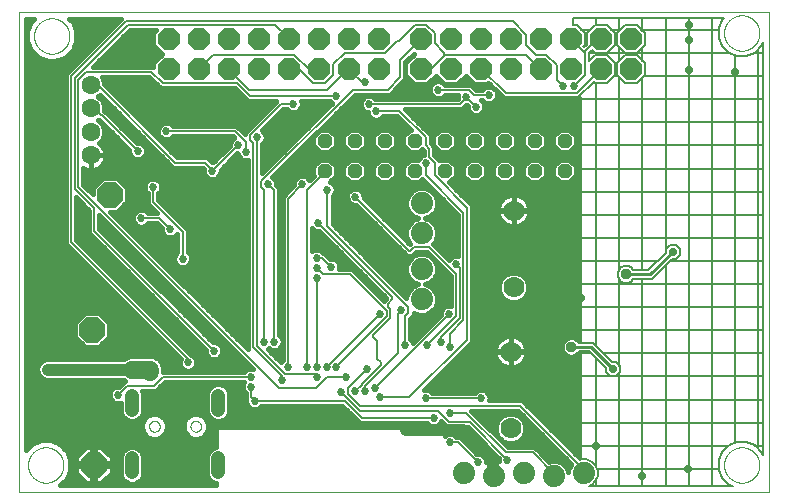
<source format=gbl>
G75*
%MOIN*%
%OFA0B0*%
%FSLAX25Y25*%
%IPPOS*%
%LPD*%
%AMOC8*
5,1,8,0,0,1.08239X$1,22.5*
%
%ADD10C,0.00000*%
%ADD11OC8,0.04724*%
%ADD12OC8,0.07400*%
%ADD13C,0.07000*%
%ADD14C,0.02800*%
%ADD15C,0.06299*%
%ADD16C,0.07400*%
%ADD17OC8,0.08500*%
%ADD18C,0.04724*%
%ADD19C,0.00600*%
%ADD20C,0.02700*%
%ADD21C,0.01600*%
%ADD22C,0.02900*%
%ADD23C,0.04000*%
%ADD24C,0.00700*%
%ADD25C,0.06000*%
%ADD26C,0.03762*%
%ADD27C,0.01000*%
D10*
X0006644Y0015400D02*
X0006644Y0175400D01*
X0256644Y0175400D01*
X0256566Y0015400D01*
X0006644Y0015400D01*
X0009744Y0024400D02*
X0009746Y0024553D01*
X0009752Y0024706D01*
X0009762Y0024859D01*
X0009776Y0025012D01*
X0009794Y0025164D01*
X0009815Y0025315D01*
X0009841Y0025466D01*
X0009871Y0025617D01*
X0009904Y0025766D01*
X0009942Y0025915D01*
X0009983Y0026062D01*
X0010028Y0026209D01*
X0010077Y0026354D01*
X0010129Y0026498D01*
X0010186Y0026640D01*
X0010246Y0026781D01*
X0010309Y0026920D01*
X0010377Y0027058D01*
X0010447Y0027194D01*
X0010522Y0027328D01*
X0010599Y0027460D01*
X0010681Y0027590D01*
X0010765Y0027718D01*
X0010853Y0027843D01*
X0010944Y0027966D01*
X0011038Y0028087D01*
X0011135Y0028205D01*
X0011236Y0028321D01*
X0011339Y0028434D01*
X0011445Y0028545D01*
X0011554Y0028652D01*
X0011666Y0028757D01*
X0011780Y0028859D01*
X0011897Y0028958D01*
X0012017Y0029053D01*
X0012139Y0029146D01*
X0012263Y0029235D01*
X0012390Y0029322D01*
X0012519Y0029404D01*
X0012650Y0029484D01*
X0012783Y0029560D01*
X0012918Y0029632D01*
X0013055Y0029701D01*
X0013193Y0029767D01*
X0013333Y0029829D01*
X0013475Y0029887D01*
X0013618Y0029941D01*
X0013763Y0029992D01*
X0013908Y0030039D01*
X0014055Y0030082D01*
X0014203Y0030121D01*
X0014352Y0030157D01*
X0014502Y0030188D01*
X0014653Y0030216D01*
X0014804Y0030240D01*
X0014956Y0030260D01*
X0015109Y0030276D01*
X0015261Y0030288D01*
X0015414Y0030296D01*
X0015567Y0030300D01*
X0015721Y0030300D01*
X0015874Y0030296D01*
X0016027Y0030288D01*
X0016179Y0030276D01*
X0016332Y0030260D01*
X0016484Y0030240D01*
X0016635Y0030216D01*
X0016786Y0030188D01*
X0016936Y0030157D01*
X0017085Y0030121D01*
X0017233Y0030082D01*
X0017380Y0030039D01*
X0017525Y0029992D01*
X0017670Y0029941D01*
X0017813Y0029887D01*
X0017955Y0029829D01*
X0018095Y0029767D01*
X0018233Y0029701D01*
X0018370Y0029632D01*
X0018505Y0029560D01*
X0018638Y0029484D01*
X0018769Y0029404D01*
X0018898Y0029322D01*
X0019025Y0029235D01*
X0019149Y0029146D01*
X0019271Y0029053D01*
X0019391Y0028958D01*
X0019508Y0028859D01*
X0019622Y0028757D01*
X0019734Y0028652D01*
X0019843Y0028545D01*
X0019949Y0028434D01*
X0020052Y0028321D01*
X0020153Y0028205D01*
X0020250Y0028087D01*
X0020344Y0027966D01*
X0020435Y0027843D01*
X0020523Y0027718D01*
X0020607Y0027590D01*
X0020689Y0027460D01*
X0020766Y0027328D01*
X0020841Y0027194D01*
X0020911Y0027058D01*
X0020979Y0026920D01*
X0021042Y0026781D01*
X0021102Y0026640D01*
X0021159Y0026498D01*
X0021211Y0026354D01*
X0021260Y0026209D01*
X0021305Y0026062D01*
X0021346Y0025915D01*
X0021384Y0025766D01*
X0021417Y0025617D01*
X0021447Y0025466D01*
X0021473Y0025315D01*
X0021494Y0025164D01*
X0021512Y0025012D01*
X0021526Y0024859D01*
X0021536Y0024706D01*
X0021542Y0024553D01*
X0021544Y0024400D01*
X0021542Y0024247D01*
X0021536Y0024094D01*
X0021526Y0023941D01*
X0021512Y0023788D01*
X0021494Y0023636D01*
X0021473Y0023485D01*
X0021447Y0023334D01*
X0021417Y0023183D01*
X0021384Y0023034D01*
X0021346Y0022885D01*
X0021305Y0022738D01*
X0021260Y0022591D01*
X0021211Y0022446D01*
X0021159Y0022302D01*
X0021102Y0022160D01*
X0021042Y0022019D01*
X0020979Y0021880D01*
X0020911Y0021742D01*
X0020841Y0021606D01*
X0020766Y0021472D01*
X0020689Y0021340D01*
X0020607Y0021210D01*
X0020523Y0021082D01*
X0020435Y0020957D01*
X0020344Y0020834D01*
X0020250Y0020713D01*
X0020153Y0020595D01*
X0020052Y0020479D01*
X0019949Y0020366D01*
X0019843Y0020255D01*
X0019734Y0020148D01*
X0019622Y0020043D01*
X0019508Y0019941D01*
X0019391Y0019842D01*
X0019271Y0019747D01*
X0019149Y0019654D01*
X0019025Y0019565D01*
X0018898Y0019478D01*
X0018769Y0019396D01*
X0018638Y0019316D01*
X0018505Y0019240D01*
X0018370Y0019168D01*
X0018233Y0019099D01*
X0018095Y0019033D01*
X0017955Y0018971D01*
X0017813Y0018913D01*
X0017670Y0018859D01*
X0017525Y0018808D01*
X0017380Y0018761D01*
X0017233Y0018718D01*
X0017085Y0018679D01*
X0016936Y0018643D01*
X0016786Y0018612D01*
X0016635Y0018584D01*
X0016484Y0018560D01*
X0016332Y0018540D01*
X0016179Y0018524D01*
X0016027Y0018512D01*
X0015874Y0018504D01*
X0015721Y0018500D01*
X0015567Y0018500D01*
X0015414Y0018504D01*
X0015261Y0018512D01*
X0015109Y0018524D01*
X0014956Y0018540D01*
X0014804Y0018560D01*
X0014653Y0018584D01*
X0014502Y0018612D01*
X0014352Y0018643D01*
X0014203Y0018679D01*
X0014055Y0018718D01*
X0013908Y0018761D01*
X0013763Y0018808D01*
X0013618Y0018859D01*
X0013475Y0018913D01*
X0013333Y0018971D01*
X0013193Y0019033D01*
X0013055Y0019099D01*
X0012918Y0019168D01*
X0012783Y0019240D01*
X0012650Y0019316D01*
X0012519Y0019396D01*
X0012390Y0019478D01*
X0012263Y0019565D01*
X0012139Y0019654D01*
X0012017Y0019747D01*
X0011897Y0019842D01*
X0011780Y0019941D01*
X0011666Y0020043D01*
X0011554Y0020148D01*
X0011445Y0020255D01*
X0011339Y0020366D01*
X0011236Y0020479D01*
X0011135Y0020595D01*
X0011038Y0020713D01*
X0010944Y0020834D01*
X0010853Y0020957D01*
X0010765Y0021082D01*
X0010681Y0021210D01*
X0010599Y0021340D01*
X0010522Y0021472D01*
X0010447Y0021606D01*
X0010377Y0021742D01*
X0010309Y0021880D01*
X0010246Y0022019D01*
X0010186Y0022160D01*
X0010129Y0022302D01*
X0010077Y0022446D01*
X0010028Y0022591D01*
X0009983Y0022738D01*
X0009942Y0022885D01*
X0009904Y0023034D01*
X0009871Y0023183D01*
X0009841Y0023334D01*
X0009815Y0023485D01*
X0009794Y0023636D01*
X0009776Y0023788D01*
X0009762Y0023941D01*
X0009752Y0024094D01*
X0009746Y0024247D01*
X0009744Y0024400D01*
X0050083Y0037297D02*
X0050085Y0037381D01*
X0050091Y0037464D01*
X0050101Y0037547D01*
X0050115Y0037630D01*
X0050132Y0037712D01*
X0050154Y0037793D01*
X0050179Y0037872D01*
X0050208Y0037951D01*
X0050241Y0038028D01*
X0050277Y0038103D01*
X0050317Y0038177D01*
X0050360Y0038249D01*
X0050407Y0038318D01*
X0050457Y0038385D01*
X0050510Y0038450D01*
X0050566Y0038512D01*
X0050624Y0038572D01*
X0050686Y0038629D01*
X0050750Y0038682D01*
X0050817Y0038733D01*
X0050886Y0038780D01*
X0050957Y0038825D01*
X0051030Y0038865D01*
X0051105Y0038902D01*
X0051182Y0038936D01*
X0051260Y0038966D01*
X0051339Y0038992D01*
X0051420Y0039015D01*
X0051502Y0039033D01*
X0051584Y0039048D01*
X0051667Y0039059D01*
X0051750Y0039066D01*
X0051834Y0039069D01*
X0051918Y0039068D01*
X0052001Y0039063D01*
X0052085Y0039054D01*
X0052167Y0039041D01*
X0052249Y0039025D01*
X0052330Y0039004D01*
X0052411Y0038980D01*
X0052489Y0038952D01*
X0052567Y0038920D01*
X0052643Y0038884D01*
X0052717Y0038845D01*
X0052789Y0038803D01*
X0052859Y0038757D01*
X0052927Y0038708D01*
X0052992Y0038656D01*
X0053055Y0038601D01*
X0053115Y0038543D01*
X0053173Y0038482D01*
X0053227Y0038418D01*
X0053279Y0038352D01*
X0053327Y0038284D01*
X0053372Y0038213D01*
X0053413Y0038140D01*
X0053452Y0038066D01*
X0053486Y0037990D01*
X0053517Y0037912D01*
X0053544Y0037833D01*
X0053568Y0037752D01*
X0053587Y0037671D01*
X0053603Y0037589D01*
X0053615Y0037506D01*
X0053623Y0037422D01*
X0053627Y0037339D01*
X0053627Y0037255D01*
X0053623Y0037172D01*
X0053615Y0037088D01*
X0053603Y0037005D01*
X0053587Y0036923D01*
X0053568Y0036842D01*
X0053544Y0036761D01*
X0053517Y0036682D01*
X0053486Y0036604D01*
X0053452Y0036528D01*
X0053413Y0036454D01*
X0053372Y0036381D01*
X0053327Y0036310D01*
X0053279Y0036242D01*
X0053227Y0036176D01*
X0053173Y0036112D01*
X0053115Y0036051D01*
X0053055Y0035993D01*
X0052992Y0035938D01*
X0052927Y0035886D01*
X0052859Y0035837D01*
X0052789Y0035791D01*
X0052717Y0035749D01*
X0052643Y0035710D01*
X0052567Y0035674D01*
X0052489Y0035642D01*
X0052411Y0035614D01*
X0052330Y0035590D01*
X0052249Y0035569D01*
X0052167Y0035553D01*
X0052085Y0035540D01*
X0052001Y0035531D01*
X0051918Y0035526D01*
X0051834Y0035525D01*
X0051750Y0035528D01*
X0051667Y0035535D01*
X0051584Y0035546D01*
X0051502Y0035561D01*
X0051420Y0035579D01*
X0051339Y0035602D01*
X0051260Y0035628D01*
X0051182Y0035658D01*
X0051105Y0035692D01*
X0051030Y0035729D01*
X0050957Y0035769D01*
X0050886Y0035814D01*
X0050817Y0035861D01*
X0050750Y0035912D01*
X0050686Y0035965D01*
X0050624Y0036022D01*
X0050566Y0036082D01*
X0050510Y0036144D01*
X0050457Y0036209D01*
X0050407Y0036276D01*
X0050360Y0036345D01*
X0050317Y0036417D01*
X0050277Y0036491D01*
X0050241Y0036566D01*
X0050208Y0036643D01*
X0050179Y0036722D01*
X0050154Y0036801D01*
X0050132Y0036882D01*
X0050115Y0036964D01*
X0050101Y0037047D01*
X0050091Y0037130D01*
X0050085Y0037213D01*
X0050083Y0037297D01*
X0063862Y0037297D02*
X0063864Y0037381D01*
X0063870Y0037464D01*
X0063880Y0037547D01*
X0063894Y0037630D01*
X0063911Y0037712D01*
X0063933Y0037793D01*
X0063958Y0037872D01*
X0063987Y0037951D01*
X0064020Y0038028D01*
X0064056Y0038103D01*
X0064096Y0038177D01*
X0064139Y0038249D01*
X0064186Y0038318D01*
X0064236Y0038385D01*
X0064289Y0038450D01*
X0064345Y0038512D01*
X0064403Y0038572D01*
X0064465Y0038629D01*
X0064529Y0038682D01*
X0064596Y0038733D01*
X0064665Y0038780D01*
X0064736Y0038825D01*
X0064809Y0038865D01*
X0064884Y0038902D01*
X0064961Y0038936D01*
X0065039Y0038966D01*
X0065118Y0038992D01*
X0065199Y0039015D01*
X0065281Y0039033D01*
X0065363Y0039048D01*
X0065446Y0039059D01*
X0065529Y0039066D01*
X0065613Y0039069D01*
X0065697Y0039068D01*
X0065780Y0039063D01*
X0065864Y0039054D01*
X0065946Y0039041D01*
X0066028Y0039025D01*
X0066109Y0039004D01*
X0066190Y0038980D01*
X0066268Y0038952D01*
X0066346Y0038920D01*
X0066422Y0038884D01*
X0066496Y0038845D01*
X0066568Y0038803D01*
X0066638Y0038757D01*
X0066706Y0038708D01*
X0066771Y0038656D01*
X0066834Y0038601D01*
X0066894Y0038543D01*
X0066952Y0038482D01*
X0067006Y0038418D01*
X0067058Y0038352D01*
X0067106Y0038284D01*
X0067151Y0038213D01*
X0067192Y0038140D01*
X0067231Y0038066D01*
X0067265Y0037990D01*
X0067296Y0037912D01*
X0067323Y0037833D01*
X0067347Y0037752D01*
X0067366Y0037671D01*
X0067382Y0037589D01*
X0067394Y0037506D01*
X0067402Y0037422D01*
X0067406Y0037339D01*
X0067406Y0037255D01*
X0067402Y0037172D01*
X0067394Y0037088D01*
X0067382Y0037005D01*
X0067366Y0036923D01*
X0067347Y0036842D01*
X0067323Y0036761D01*
X0067296Y0036682D01*
X0067265Y0036604D01*
X0067231Y0036528D01*
X0067192Y0036454D01*
X0067151Y0036381D01*
X0067106Y0036310D01*
X0067058Y0036242D01*
X0067006Y0036176D01*
X0066952Y0036112D01*
X0066894Y0036051D01*
X0066834Y0035993D01*
X0066771Y0035938D01*
X0066706Y0035886D01*
X0066638Y0035837D01*
X0066568Y0035791D01*
X0066496Y0035749D01*
X0066422Y0035710D01*
X0066346Y0035674D01*
X0066268Y0035642D01*
X0066190Y0035614D01*
X0066109Y0035590D01*
X0066028Y0035569D01*
X0065946Y0035553D01*
X0065864Y0035540D01*
X0065780Y0035531D01*
X0065697Y0035526D01*
X0065613Y0035525D01*
X0065529Y0035528D01*
X0065446Y0035535D01*
X0065363Y0035546D01*
X0065281Y0035561D01*
X0065199Y0035579D01*
X0065118Y0035602D01*
X0065039Y0035628D01*
X0064961Y0035658D01*
X0064884Y0035692D01*
X0064809Y0035729D01*
X0064736Y0035769D01*
X0064665Y0035814D01*
X0064596Y0035861D01*
X0064529Y0035912D01*
X0064465Y0035965D01*
X0064403Y0036022D01*
X0064345Y0036082D01*
X0064289Y0036144D01*
X0064236Y0036209D01*
X0064186Y0036276D01*
X0064139Y0036345D01*
X0064096Y0036417D01*
X0064056Y0036491D01*
X0064020Y0036566D01*
X0063987Y0036643D01*
X0063958Y0036722D01*
X0063933Y0036801D01*
X0063911Y0036882D01*
X0063894Y0036964D01*
X0063880Y0037047D01*
X0063870Y0037130D01*
X0063864Y0037213D01*
X0063862Y0037297D01*
X0011744Y0167400D02*
X0011746Y0167553D01*
X0011752Y0167706D01*
X0011762Y0167859D01*
X0011776Y0168012D01*
X0011794Y0168164D01*
X0011815Y0168315D01*
X0011841Y0168466D01*
X0011871Y0168617D01*
X0011904Y0168766D01*
X0011942Y0168915D01*
X0011983Y0169062D01*
X0012028Y0169209D01*
X0012077Y0169354D01*
X0012129Y0169498D01*
X0012186Y0169640D01*
X0012246Y0169781D01*
X0012309Y0169920D01*
X0012377Y0170058D01*
X0012447Y0170194D01*
X0012522Y0170328D01*
X0012599Y0170460D01*
X0012681Y0170590D01*
X0012765Y0170718D01*
X0012853Y0170843D01*
X0012944Y0170966D01*
X0013038Y0171087D01*
X0013135Y0171205D01*
X0013236Y0171321D01*
X0013339Y0171434D01*
X0013445Y0171545D01*
X0013554Y0171652D01*
X0013666Y0171757D01*
X0013780Y0171859D01*
X0013897Y0171958D01*
X0014017Y0172053D01*
X0014139Y0172146D01*
X0014263Y0172235D01*
X0014390Y0172322D01*
X0014519Y0172404D01*
X0014650Y0172484D01*
X0014783Y0172560D01*
X0014918Y0172632D01*
X0015055Y0172701D01*
X0015193Y0172767D01*
X0015333Y0172829D01*
X0015475Y0172887D01*
X0015618Y0172941D01*
X0015763Y0172992D01*
X0015908Y0173039D01*
X0016055Y0173082D01*
X0016203Y0173121D01*
X0016352Y0173157D01*
X0016502Y0173188D01*
X0016653Y0173216D01*
X0016804Y0173240D01*
X0016956Y0173260D01*
X0017109Y0173276D01*
X0017261Y0173288D01*
X0017414Y0173296D01*
X0017567Y0173300D01*
X0017721Y0173300D01*
X0017874Y0173296D01*
X0018027Y0173288D01*
X0018179Y0173276D01*
X0018332Y0173260D01*
X0018484Y0173240D01*
X0018635Y0173216D01*
X0018786Y0173188D01*
X0018936Y0173157D01*
X0019085Y0173121D01*
X0019233Y0173082D01*
X0019380Y0173039D01*
X0019525Y0172992D01*
X0019670Y0172941D01*
X0019813Y0172887D01*
X0019955Y0172829D01*
X0020095Y0172767D01*
X0020233Y0172701D01*
X0020370Y0172632D01*
X0020505Y0172560D01*
X0020638Y0172484D01*
X0020769Y0172404D01*
X0020898Y0172322D01*
X0021025Y0172235D01*
X0021149Y0172146D01*
X0021271Y0172053D01*
X0021391Y0171958D01*
X0021508Y0171859D01*
X0021622Y0171757D01*
X0021734Y0171652D01*
X0021843Y0171545D01*
X0021949Y0171434D01*
X0022052Y0171321D01*
X0022153Y0171205D01*
X0022250Y0171087D01*
X0022344Y0170966D01*
X0022435Y0170843D01*
X0022523Y0170718D01*
X0022607Y0170590D01*
X0022689Y0170460D01*
X0022766Y0170328D01*
X0022841Y0170194D01*
X0022911Y0170058D01*
X0022979Y0169920D01*
X0023042Y0169781D01*
X0023102Y0169640D01*
X0023159Y0169498D01*
X0023211Y0169354D01*
X0023260Y0169209D01*
X0023305Y0169062D01*
X0023346Y0168915D01*
X0023384Y0168766D01*
X0023417Y0168617D01*
X0023447Y0168466D01*
X0023473Y0168315D01*
X0023494Y0168164D01*
X0023512Y0168012D01*
X0023526Y0167859D01*
X0023536Y0167706D01*
X0023542Y0167553D01*
X0023544Y0167400D01*
X0023542Y0167247D01*
X0023536Y0167094D01*
X0023526Y0166941D01*
X0023512Y0166788D01*
X0023494Y0166636D01*
X0023473Y0166485D01*
X0023447Y0166334D01*
X0023417Y0166183D01*
X0023384Y0166034D01*
X0023346Y0165885D01*
X0023305Y0165738D01*
X0023260Y0165591D01*
X0023211Y0165446D01*
X0023159Y0165302D01*
X0023102Y0165160D01*
X0023042Y0165019D01*
X0022979Y0164880D01*
X0022911Y0164742D01*
X0022841Y0164606D01*
X0022766Y0164472D01*
X0022689Y0164340D01*
X0022607Y0164210D01*
X0022523Y0164082D01*
X0022435Y0163957D01*
X0022344Y0163834D01*
X0022250Y0163713D01*
X0022153Y0163595D01*
X0022052Y0163479D01*
X0021949Y0163366D01*
X0021843Y0163255D01*
X0021734Y0163148D01*
X0021622Y0163043D01*
X0021508Y0162941D01*
X0021391Y0162842D01*
X0021271Y0162747D01*
X0021149Y0162654D01*
X0021025Y0162565D01*
X0020898Y0162478D01*
X0020769Y0162396D01*
X0020638Y0162316D01*
X0020505Y0162240D01*
X0020370Y0162168D01*
X0020233Y0162099D01*
X0020095Y0162033D01*
X0019955Y0161971D01*
X0019813Y0161913D01*
X0019670Y0161859D01*
X0019525Y0161808D01*
X0019380Y0161761D01*
X0019233Y0161718D01*
X0019085Y0161679D01*
X0018936Y0161643D01*
X0018786Y0161612D01*
X0018635Y0161584D01*
X0018484Y0161560D01*
X0018332Y0161540D01*
X0018179Y0161524D01*
X0018027Y0161512D01*
X0017874Y0161504D01*
X0017721Y0161500D01*
X0017567Y0161500D01*
X0017414Y0161504D01*
X0017261Y0161512D01*
X0017109Y0161524D01*
X0016956Y0161540D01*
X0016804Y0161560D01*
X0016653Y0161584D01*
X0016502Y0161612D01*
X0016352Y0161643D01*
X0016203Y0161679D01*
X0016055Y0161718D01*
X0015908Y0161761D01*
X0015763Y0161808D01*
X0015618Y0161859D01*
X0015475Y0161913D01*
X0015333Y0161971D01*
X0015193Y0162033D01*
X0015055Y0162099D01*
X0014918Y0162168D01*
X0014783Y0162240D01*
X0014650Y0162316D01*
X0014519Y0162396D01*
X0014390Y0162478D01*
X0014263Y0162565D01*
X0014139Y0162654D01*
X0014017Y0162747D01*
X0013897Y0162842D01*
X0013780Y0162941D01*
X0013666Y0163043D01*
X0013554Y0163148D01*
X0013445Y0163255D01*
X0013339Y0163366D01*
X0013236Y0163479D01*
X0013135Y0163595D01*
X0013038Y0163713D01*
X0012944Y0163834D01*
X0012853Y0163957D01*
X0012765Y0164082D01*
X0012681Y0164210D01*
X0012599Y0164340D01*
X0012522Y0164472D01*
X0012447Y0164606D01*
X0012377Y0164742D01*
X0012309Y0164880D01*
X0012246Y0165019D01*
X0012186Y0165160D01*
X0012129Y0165302D01*
X0012077Y0165446D01*
X0012028Y0165591D01*
X0011983Y0165738D01*
X0011942Y0165885D01*
X0011904Y0166034D01*
X0011871Y0166183D01*
X0011841Y0166334D01*
X0011815Y0166485D01*
X0011794Y0166636D01*
X0011776Y0166788D01*
X0011762Y0166941D01*
X0011752Y0167094D01*
X0011746Y0167247D01*
X0011744Y0167400D01*
X0241744Y0168400D02*
X0241746Y0168553D01*
X0241752Y0168706D01*
X0241762Y0168859D01*
X0241776Y0169012D01*
X0241794Y0169164D01*
X0241815Y0169315D01*
X0241841Y0169466D01*
X0241871Y0169617D01*
X0241904Y0169766D01*
X0241942Y0169915D01*
X0241983Y0170062D01*
X0242028Y0170209D01*
X0242077Y0170354D01*
X0242129Y0170498D01*
X0242186Y0170640D01*
X0242246Y0170781D01*
X0242309Y0170920D01*
X0242377Y0171058D01*
X0242447Y0171194D01*
X0242522Y0171328D01*
X0242599Y0171460D01*
X0242681Y0171590D01*
X0242765Y0171718D01*
X0242853Y0171843D01*
X0242944Y0171966D01*
X0243038Y0172087D01*
X0243135Y0172205D01*
X0243236Y0172321D01*
X0243339Y0172434D01*
X0243445Y0172545D01*
X0243554Y0172652D01*
X0243666Y0172757D01*
X0243780Y0172859D01*
X0243897Y0172958D01*
X0244017Y0173053D01*
X0244139Y0173146D01*
X0244263Y0173235D01*
X0244390Y0173322D01*
X0244519Y0173404D01*
X0244650Y0173484D01*
X0244783Y0173560D01*
X0244918Y0173632D01*
X0245055Y0173701D01*
X0245193Y0173767D01*
X0245333Y0173829D01*
X0245475Y0173887D01*
X0245618Y0173941D01*
X0245763Y0173992D01*
X0245908Y0174039D01*
X0246055Y0174082D01*
X0246203Y0174121D01*
X0246352Y0174157D01*
X0246502Y0174188D01*
X0246653Y0174216D01*
X0246804Y0174240D01*
X0246956Y0174260D01*
X0247109Y0174276D01*
X0247261Y0174288D01*
X0247414Y0174296D01*
X0247567Y0174300D01*
X0247721Y0174300D01*
X0247874Y0174296D01*
X0248027Y0174288D01*
X0248179Y0174276D01*
X0248332Y0174260D01*
X0248484Y0174240D01*
X0248635Y0174216D01*
X0248786Y0174188D01*
X0248936Y0174157D01*
X0249085Y0174121D01*
X0249233Y0174082D01*
X0249380Y0174039D01*
X0249525Y0173992D01*
X0249670Y0173941D01*
X0249813Y0173887D01*
X0249955Y0173829D01*
X0250095Y0173767D01*
X0250233Y0173701D01*
X0250370Y0173632D01*
X0250505Y0173560D01*
X0250638Y0173484D01*
X0250769Y0173404D01*
X0250898Y0173322D01*
X0251025Y0173235D01*
X0251149Y0173146D01*
X0251271Y0173053D01*
X0251391Y0172958D01*
X0251508Y0172859D01*
X0251622Y0172757D01*
X0251734Y0172652D01*
X0251843Y0172545D01*
X0251949Y0172434D01*
X0252052Y0172321D01*
X0252153Y0172205D01*
X0252250Y0172087D01*
X0252344Y0171966D01*
X0252435Y0171843D01*
X0252523Y0171718D01*
X0252607Y0171590D01*
X0252689Y0171460D01*
X0252766Y0171328D01*
X0252841Y0171194D01*
X0252911Y0171058D01*
X0252979Y0170920D01*
X0253042Y0170781D01*
X0253102Y0170640D01*
X0253159Y0170498D01*
X0253211Y0170354D01*
X0253260Y0170209D01*
X0253305Y0170062D01*
X0253346Y0169915D01*
X0253384Y0169766D01*
X0253417Y0169617D01*
X0253447Y0169466D01*
X0253473Y0169315D01*
X0253494Y0169164D01*
X0253512Y0169012D01*
X0253526Y0168859D01*
X0253536Y0168706D01*
X0253542Y0168553D01*
X0253544Y0168400D01*
X0253542Y0168247D01*
X0253536Y0168094D01*
X0253526Y0167941D01*
X0253512Y0167788D01*
X0253494Y0167636D01*
X0253473Y0167485D01*
X0253447Y0167334D01*
X0253417Y0167183D01*
X0253384Y0167034D01*
X0253346Y0166885D01*
X0253305Y0166738D01*
X0253260Y0166591D01*
X0253211Y0166446D01*
X0253159Y0166302D01*
X0253102Y0166160D01*
X0253042Y0166019D01*
X0252979Y0165880D01*
X0252911Y0165742D01*
X0252841Y0165606D01*
X0252766Y0165472D01*
X0252689Y0165340D01*
X0252607Y0165210D01*
X0252523Y0165082D01*
X0252435Y0164957D01*
X0252344Y0164834D01*
X0252250Y0164713D01*
X0252153Y0164595D01*
X0252052Y0164479D01*
X0251949Y0164366D01*
X0251843Y0164255D01*
X0251734Y0164148D01*
X0251622Y0164043D01*
X0251508Y0163941D01*
X0251391Y0163842D01*
X0251271Y0163747D01*
X0251149Y0163654D01*
X0251025Y0163565D01*
X0250898Y0163478D01*
X0250769Y0163396D01*
X0250638Y0163316D01*
X0250505Y0163240D01*
X0250370Y0163168D01*
X0250233Y0163099D01*
X0250095Y0163033D01*
X0249955Y0162971D01*
X0249813Y0162913D01*
X0249670Y0162859D01*
X0249525Y0162808D01*
X0249380Y0162761D01*
X0249233Y0162718D01*
X0249085Y0162679D01*
X0248936Y0162643D01*
X0248786Y0162612D01*
X0248635Y0162584D01*
X0248484Y0162560D01*
X0248332Y0162540D01*
X0248179Y0162524D01*
X0248027Y0162512D01*
X0247874Y0162504D01*
X0247721Y0162500D01*
X0247567Y0162500D01*
X0247414Y0162504D01*
X0247261Y0162512D01*
X0247109Y0162524D01*
X0246956Y0162540D01*
X0246804Y0162560D01*
X0246653Y0162584D01*
X0246502Y0162612D01*
X0246352Y0162643D01*
X0246203Y0162679D01*
X0246055Y0162718D01*
X0245908Y0162761D01*
X0245763Y0162808D01*
X0245618Y0162859D01*
X0245475Y0162913D01*
X0245333Y0162971D01*
X0245193Y0163033D01*
X0245055Y0163099D01*
X0244918Y0163168D01*
X0244783Y0163240D01*
X0244650Y0163316D01*
X0244519Y0163396D01*
X0244390Y0163478D01*
X0244263Y0163565D01*
X0244139Y0163654D01*
X0244017Y0163747D01*
X0243897Y0163842D01*
X0243780Y0163941D01*
X0243666Y0164043D01*
X0243554Y0164148D01*
X0243445Y0164255D01*
X0243339Y0164366D01*
X0243236Y0164479D01*
X0243135Y0164595D01*
X0243038Y0164713D01*
X0242944Y0164834D01*
X0242853Y0164957D01*
X0242765Y0165082D01*
X0242681Y0165210D01*
X0242599Y0165340D01*
X0242522Y0165472D01*
X0242447Y0165606D01*
X0242377Y0165742D01*
X0242309Y0165880D01*
X0242246Y0166019D01*
X0242186Y0166160D01*
X0242129Y0166302D01*
X0242077Y0166446D01*
X0242028Y0166591D01*
X0241983Y0166738D01*
X0241942Y0166885D01*
X0241904Y0167034D01*
X0241871Y0167183D01*
X0241841Y0167334D01*
X0241815Y0167485D01*
X0241794Y0167636D01*
X0241776Y0167788D01*
X0241762Y0167941D01*
X0241752Y0168094D01*
X0241746Y0168247D01*
X0241744Y0168400D01*
X0241744Y0024400D02*
X0241746Y0024553D01*
X0241752Y0024706D01*
X0241762Y0024859D01*
X0241776Y0025012D01*
X0241794Y0025164D01*
X0241815Y0025315D01*
X0241841Y0025466D01*
X0241871Y0025617D01*
X0241904Y0025766D01*
X0241942Y0025915D01*
X0241983Y0026062D01*
X0242028Y0026209D01*
X0242077Y0026354D01*
X0242129Y0026498D01*
X0242186Y0026640D01*
X0242246Y0026781D01*
X0242309Y0026920D01*
X0242377Y0027058D01*
X0242447Y0027194D01*
X0242522Y0027328D01*
X0242599Y0027460D01*
X0242681Y0027590D01*
X0242765Y0027718D01*
X0242853Y0027843D01*
X0242944Y0027966D01*
X0243038Y0028087D01*
X0243135Y0028205D01*
X0243236Y0028321D01*
X0243339Y0028434D01*
X0243445Y0028545D01*
X0243554Y0028652D01*
X0243666Y0028757D01*
X0243780Y0028859D01*
X0243897Y0028958D01*
X0244017Y0029053D01*
X0244139Y0029146D01*
X0244263Y0029235D01*
X0244390Y0029322D01*
X0244519Y0029404D01*
X0244650Y0029484D01*
X0244783Y0029560D01*
X0244918Y0029632D01*
X0245055Y0029701D01*
X0245193Y0029767D01*
X0245333Y0029829D01*
X0245475Y0029887D01*
X0245618Y0029941D01*
X0245763Y0029992D01*
X0245908Y0030039D01*
X0246055Y0030082D01*
X0246203Y0030121D01*
X0246352Y0030157D01*
X0246502Y0030188D01*
X0246653Y0030216D01*
X0246804Y0030240D01*
X0246956Y0030260D01*
X0247109Y0030276D01*
X0247261Y0030288D01*
X0247414Y0030296D01*
X0247567Y0030300D01*
X0247721Y0030300D01*
X0247874Y0030296D01*
X0248027Y0030288D01*
X0248179Y0030276D01*
X0248332Y0030260D01*
X0248484Y0030240D01*
X0248635Y0030216D01*
X0248786Y0030188D01*
X0248936Y0030157D01*
X0249085Y0030121D01*
X0249233Y0030082D01*
X0249380Y0030039D01*
X0249525Y0029992D01*
X0249670Y0029941D01*
X0249813Y0029887D01*
X0249955Y0029829D01*
X0250095Y0029767D01*
X0250233Y0029701D01*
X0250370Y0029632D01*
X0250505Y0029560D01*
X0250638Y0029484D01*
X0250769Y0029404D01*
X0250898Y0029322D01*
X0251025Y0029235D01*
X0251149Y0029146D01*
X0251271Y0029053D01*
X0251391Y0028958D01*
X0251508Y0028859D01*
X0251622Y0028757D01*
X0251734Y0028652D01*
X0251843Y0028545D01*
X0251949Y0028434D01*
X0252052Y0028321D01*
X0252153Y0028205D01*
X0252250Y0028087D01*
X0252344Y0027966D01*
X0252435Y0027843D01*
X0252523Y0027718D01*
X0252607Y0027590D01*
X0252689Y0027460D01*
X0252766Y0027328D01*
X0252841Y0027194D01*
X0252911Y0027058D01*
X0252979Y0026920D01*
X0253042Y0026781D01*
X0253102Y0026640D01*
X0253159Y0026498D01*
X0253211Y0026354D01*
X0253260Y0026209D01*
X0253305Y0026062D01*
X0253346Y0025915D01*
X0253384Y0025766D01*
X0253417Y0025617D01*
X0253447Y0025466D01*
X0253473Y0025315D01*
X0253494Y0025164D01*
X0253512Y0025012D01*
X0253526Y0024859D01*
X0253536Y0024706D01*
X0253542Y0024553D01*
X0253544Y0024400D01*
X0253542Y0024247D01*
X0253536Y0024094D01*
X0253526Y0023941D01*
X0253512Y0023788D01*
X0253494Y0023636D01*
X0253473Y0023485D01*
X0253447Y0023334D01*
X0253417Y0023183D01*
X0253384Y0023034D01*
X0253346Y0022885D01*
X0253305Y0022738D01*
X0253260Y0022591D01*
X0253211Y0022446D01*
X0253159Y0022302D01*
X0253102Y0022160D01*
X0253042Y0022019D01*
X0252979Y0021880D01*
X0252911Y0021742D01*
X0252841Y0021606D01*
X0252766Y0021472D01*
X0252689Y0021340D01*
X0252607Y0021210D01*
X0252523Y0021082D01*
X0252435Y0020957D01*
X0252344Y0020834D01*
X0252250Y0020713D01*
X0252153Y0020595D01*
X0252052Y0020479D01*
X0251949Y0020366D01*
X0251843Y0020255D01*
X0251734Y0020148D01*
X0251622Y0020043D01*
X0251508Y0019941D01*
X0251391Y0019842D01*
X0251271Y0019747D01*
X0251149Y0019654D01*
X0251025Y0019565D01*
X0250898Y0019478D01*
X0250769Y0019396D01*
X0250638Y0019316D01*
X0250505Y0019240D01*
X0250370Y0019168D01*
X0250233Y0019099D01*
X0250095Y0019033D01*
X0249955Y0018971D01*
X0249813Y0018913D01*
X0249670Y0018859D01*
X0249525Y0018808D01*
X0249380Y0018761D01*
X0249233Y0018718D01*
X0249085Y0018679D01*
X0248936Y0018643D01*
X0248786Y0018612D01*
X0248635Y0018584D01*
X0248484Y0018560D01*
X0248332Y0018540D01*
X0248179Y0018524D01*
X0248027Y0018512D01*
X0247874Y0018504D01*
X0247721Y0018500D01*
X0247567Y0018500D01*
X0247414Y0018504D01*
X0247261Y0018512D01*
X0247109Y0018524D01*
X0246956Y0018540D01*
X0246804Y0018560D01*
X0246653Y0018584D01*
X0246502Y0018612D01*
X0246352Y0018643D01*
X0246203Y0018679D01*
X0246055Y0018718D01*
X0245908Y0018761D01*
X0245763Y0018808D01*
X0245618Y0018859D01*
X0245475Y0018913D01*
X0245333Y0018971D01*
X0245193Y0019033D01*
X0245055Y0019099D01*
X0244918Y0019168D01*
X0244783Y0019240D01*
X0244650Y0019316D01*
X0244519Y0019396D01*
X0244390Y0019478D01*
X0244263Y0019565D01*
X0244139Y0019654D01*
X0244017Y0019747D01*
X0243897Y0019842D01*
X0243780Y0019941D01*
X0243666Y0020043D01*
X0243554Y0020148D01*
X0243445Y0020255D01*
X0243339Y0020366D01*
X0243236Y0020479D01*
X0243135Y0020595D01*
X0243038Y0020713D01*
X0242944Y0020834D01*
X0242853Y0020957D01*
X0242765Y0021082D01*
X0242681Y0021210D01*
X0242599Y0021340D01*
X0242522Y0021472D01*
X0242447Y0021606D01*
X0242377Y0021742D01*
X0242309Y0021880D01*
X0242246Y0022019D01*
X0242186Y0022160D01*
X0242129Y0022302D01*
X0242077Y0022446D01*
X0242028Y0022591D01*
X0241983Y0022738D01*
X0241942Y0022885D01*
X0241904Y0023034D01*
X0241871Y0023183D01*
X0241841Y0023334D01*
X0241815Y0023485D01*
X0241794Y0023636D01*
X0241776Y0023788D01*
X0241762Y0023941D01*
X0241752Y0024094D01*
X0241746Y0024247D01*
X0241744Y0024400D01*
D11*
X0188644Y0122400D03*
X0178644Y0122400D03*
X0168644Y0122400D03*
X0158644Y0122400D03*
X0148644Y0122400D03*
X0138644Y0122400D03*
X0128644Y0122400D03*
X0118644Y0122400D03*
X0108644Y0122400D03*
X0108644Y0132400D03*
X0118644Y0132400D03*
X0128644Y0132400D03*
X0138644Y0132400D03*
X0148644Y0132400D03*
X0158644Y0132400D03*
X0168644Y0132400D03*
X0178644Y0132400D03*
X0188644Y0132400D03*
D12*
X0190644Y0156400D03*
X0180644Y0156400D03*
X0170644Y0156400D03*
X0160644Y0156400D03*
X0150644Y0156400D03*
X0140644Y0156400D03*
X0140644Y0166400D03*
X0150644Y0166400D03*
X0160644Y0166400D03*
X0170644Y0166400D03*
X0180644Y0166400D03*
X0190644Y0166400D03*
X0200644Y0166400D03*
X0210644Y0166400D03*
X0210644Y0156400D03*
X0200644Y0156400D03*
X0126644Y0156400D03*
X0116644Y0156400D03*
X0106644Y0156400D03*
X0096644Y0156400D03*
X0086644Y0156400D03*
X0076644Y0156400D03*
X0066644Y0156400D03*
X0056644Y0156400D03*
X0056644Y0166400D03*
X0066644Y0166400D03*
X0076644Y0166400D03*
X0086644Y0166400D03*
X0096644Y0166400D03*
X0106644Y0166400D03*
X0116644Y0166400D03*
X0126644Y0166400D03*
D13*
X0171644Y0109195D03*
X0171644Y0083605D03*
X0170644Y0062195D03*
X0170644Y0036605D03*
D14*
X0204644Y0056400D03*
X0224644Y0095400D03*
D15*
X0030644Y0127589D03*
X0030644Y0135463D03*
X0030644Y0143337D03*
X0030644Y0151211D03*
D16*
X0140944Y0111600D03*
X0140944Y0101600D03*
X0140944Y0089600D03*
X0140944Y0079600D03*
X0154944Y0021600D03*
X0164944Y0020600D03*
X0174944Y0021600D03*
X0184944Y0020600D03*
X0194944Y0021600D03*
D17*
X0036944Y0114400D03*
X0031044Y0069500D03*
X0031644Y0024400D03*
D18*
X0044374Y0026667D02*
X0044374Y0021943D01*
X0073115Y0021943D02*
X0073115Y0026667D01*
X0073115Y0042809D02*
X0073115Y0047533D01*
X0044374Y0047533D02*
X0044374Y0042809D01*
D19*
X0039644Y0047800D02*
X0042644Y0050800D01*
X0051644Y0050800D01*
X0054644Y0053800D01*
X0084044Y0053800D01*
X0084044Y0050500D02*
X0084044Y0046900D01*
X0085244Y0045700D01*
X0115244Y0045700D01*
X0120944Y0040000D01*
X0144944Y0040000D01*
X0146444Y0042400D02*
X0150044Y0038800D01*
X0156944Y0038800D01*
X0169544Y0026200D01*
X0168944Y0028600D02*
X0177944Y0028600D01*
X0184844Y0021700D01*
X0184844Y0020800D01*
X0184944Y0020600D01*
X0194744Y0021700D02*
X0194944Y0021600D01*
X0194744Y0021700D02*
X0194744Y0023200D01*
X0173744Y0044200D01*
X0120344Y0044200D01*
X0116444Y0048100D01*
X0116444Y0050200D01*
X0122744Y0056500D01*
X0127244Y0057700D02*
X0127244Y0058600D01*
X0126044Y0059800D01*
X0126044Y0065800D01*
X0124844Y0067000D01*
X0124844Y0067600D01*
X0130544Y0073300D01*
X0130544Y0076300D01*
X0129644Y0077200D01*
X0129644Y0078100D01*
X0131144Y0079600D01*
X0131144Y0080500D01*
X0106544Y0105100D01*
X0109544Y0103900D02*
X0109544Y0116200D01*
X0108644Y0121900D02*
X0102644Y0115900D01*
X0102644Y0057100D01*
X0105944Y0057100D02*
X0105944Y0086800D01*
X0108044Y0088000D02*
X0105944Y0090100D01*
X0108044Y0088000D02*
X0117044Y0088000D01*
X0129344Y0075700D01*
X0129344Y0073900D01*
X0112544Y0057100D01*
X0109244Y0057100D02*
X0126944Y0074800D01*
X0132944Y0074800D02*
X0134144Y0076000D01*
X0132944Y0074800D02*
X0132944Y0061600D01*
X0122144Y0050800D01*
X0122144Y0049000D01*
X0120944Y0051100D02*
X0120944Y0051400D01*
X0127244Y0057700D01*
X0135344Y0064300D02*
X0135344Y0073900D01*
X0136544Y0075100D01*
X0136544Y0076900D01*
X0109544Y0103900D01*
X0107744Y0093400D02*
X0105944Y0093400D01*
X0107744Y0093400D02*
X0110744Y0090400D01*
X0118844Y0113800D02*
X0136844Y0095800D01*
X0137144Y0095800D01*
X0138344Y0097000D01*
X0143444Y0097000D01*
X0152444Y0088000D01*
X0152444Y0073900D01*
X0142844Y0064300D01*
X0147344Y0065500D02*
X0147344Y0067000D01*
X0153644Y0073300D01*
X0153644Y0090100D01*
X0152444Y0091300D01*
X0150044Y0074800D02*
X0125444Y0050200D01*
X0120944Y0051100D02*
X0118844Y0049000D01*
X0114044Y0048700D02*
X0120344Y0042400D01*
X0146444Y0042400D01*
X0150344Y0041800D02*
X0155744Y0041800D01*
X0168944Y0028600D01*
X0159644Y0025300D02*
X0153044Y0031900D01*
X0150344Y0031900D01*
X0142244Y0046600D02*
X0160844Y0046600D01*
X0150344Y0063700D02*
X0150344Y0068200D01*
X0154844Y0072700D01*
X0154844Y0108400D01*
X0142244Y0121000D01*
X0142244Y0124900D01*
X0143444Y0127000D02*
X0143444Y0129700D01*
X0142244Y0130900D01*
X0142244Y0133600D01*
X0133544Y0142300D01*
X0125744Y0142300D01*
X0123344Y0144700D02*
X0153644Y0144700D01*
X0155744Y0146800D01*
X0155744Y0147100D01*
X0159044Y0143800D01*
X0158444Y0147700D02*
X0156644Y0149500D01*
X0146444Y0149500D01*
X0144044Y0156400D02*
X0140644Y0156400D01*
X0144044Y0156400D02*
X0148694Y0161050D01*
X0148544Y0161200D01*
X0148544Y0161800D01*
X0145244Y0165100D01*
X0145244Y0168400D01*
X0142544Y0171100D01*
X0138644Y0171100D01*
X0133244Y0165700D01*
X0132644Y0165700D01*
X0128744Y0161800D01*
X0115244Y0161800D01*
X0111344Y0157900D01*
X0111344Y0154300D01*
X0108644Y0151600D01*
X0104744Y0151600D01*
X0099944Y0156400D01*
X0096644Y0156400D01*
X0098444Y0161200D02*
X0071444Y0161200D01*
X0066644Y0156400D01*
X0076544Y0156400D02*
X0076644Y0156400D01*
X0076544Y0156400D02*
X0083444Y0149500D01*
X0109544Y0149500D01*
X0116444Y0156400D01*
X0116644Y0156400D01*
X0116444Y0156400D02*
X0121244Y0151600D01*
X0121844Y0151600D01*
X0122144Y0151900D01*
X0117944Y0149500D02*
X0129644Y0149500D01*
X0133844Y0153700D01*
X0133844Y0159400D01*
X0140744Y0166300D01*
X0140644Y0166400D01*
X0148694Y0161050D02*
X0148844Y0161200D01*
X0175844Y0161200D01*
X0180644Y0156400D01*
X0179144Y0161200D02*
X0182444Y0161200D01*
X0186044Y0157600D01*
X0186044Y0152800D01*
X0188144Y0150700D01*
X0191744Y0150700D02*
X0195344Y0154300D01*
X0195344Y0161800D01*
X0195194Y0161950D01*
X0199544Y0166300D01*
X0200444Y0166300D01*
X0200644Y0166400D01*
X0195194Y0161950D02*
X0190844Y0166300D01*
X0190644Y0166400D01*
X0179144Y0161200D02*
X0175844Y0164500D01*
X0175844Y0167800D01*
X0171344Y0172300D01*
X0042344Y0172300D01*
X0024044Y0154000D01*
X0024044Y0098800D01*
X0063044Y0059800D01*
X0063044Y0058600D01*
X0071744Y0062500D02*
X0031844Y0102400D01*
X0031844Y0109900D01*
X0025244Y0116500D01*
X0025244Y0153400D01*
X0042944Y0171100D01*
X0092144Y0171100D01*
X0096644Y0166600D01*
X0096644Y0166400D01*
X0098444Y0161200D02*
X0103244Y0156400D01*
X0106644Y0156400D01*
X0112544Y0147400D02*
X0083744Y0147400D01*
X0079544Y0151600D01*
X0054644Y0151600D01*
X0050744Y0155500D01*
X0029144Y0155500D01*
X0026444Y0152800D01*
X0026444Y0117100D01*
X0093344Y0050200D01*
X0105644Y0050200D01*
X0109244Y0053800D01*
X0115844Y0053800D01*
X0105944Y0053800D02*
X0105044Y0054700D01*
X0095444Y0054700D01*
X0086144Y0064000D01*
X0086144Y0133600D01*
X0084644Y0131800D02*
X0083744Y0132700D01*
X0083744Y0134500D01*
X0093944Y0144700D01*
X0098144Y0144700D01*
X0084644Y0131800D02*
X0084644Y0063700D01*
X0094244Y0054100D01*
X0094244Y0052600D01*
X0096344Y0057100D02*
X0096344Y0113200D01*
X0101144Y0118000D01*
X0108644Y0121900D02*
X0108644Y0122400D01*
X0091844Y0115900D02*
X0089744Y0118000D01*
X0088544Y0115900D02*
X0087344Y0117100D01*
X0087344Y0118900D01*
X0117944Y0149500D01*
X0143444Y0127000D02*
X0145244Y0125200D01*
X0145244Y0121000D01*
X0156044Y0110200D01*
X0156044Y0066100D01*
X0136844Y0046900D01*
X0126944Y0046900D01*
X0091844Y0065500D02*
X0091844Y0115900D01*
X0088544Y0115900D02*
X0088544Y0065500D01*
X0061244Y0093100D02*
X0061244Y0102100D01*
X0051344Y0112000D01*
X0051344Y0117100D01*
X0058844Y0125200D02*
X0068744Y0125200D01*
X0071144Y0122800D01*
X0071144Y0122500D01*
X0079844Y0131200D01*
X0082244Y0132100D02*
X0082244Y0128800D01*
X0082244Y0132100D02*
X0078644Y0135700D01*
X0055844Y0135700D01*
X0046844Y0129100D02*
X0046244Y0129100D01*
X0034244Y0141100D01*
X0033944Y0141100D01*
X0031844Y0143200D01*
X0030644Y0143200D01*
X0030644Y0143337D01*
X0030644Y0151000D02*
X0030644Y0151211D01*
X0030644Y0151000D02*
X0033044Y0151000D01*
X0058844Y0125200D01*
X0053444Y0106600D02*
X0047444Y0106600D01*
X0053444Y0106600D02*
X0057044Y0103000D01*
X0158444Y0147700D02*
X0163244Y0147700D01*
X0168944Y0148300D02*
X0192644Y0148300D01*
X0200744Y0156400D01*
X0200644Y0156400D01*
X0168944Y0148300D02*
X0160844Y0156400D01*
X0160644Y0156400D01*
D20*
X0163244Y0147700D03*
X0159044Y0143800D03*
X0155744Y0147100D03*
X0146444Y0149500D03*
X0125744Y0142300D03*
X0123344Y0144700D03*
X0122144Y0151900D03*
X0112544Y0147400D03*
X0112144Y0139700D03*
X0102944Y0138300D03*
X0100444Y0135700D03*
X0099444Y0139400D03*
X0098144Y0144700D03*
X0086144Y0133600D03*
X0082244Y0128800D03*
X0079844Y0131200D03*
X0070544Y0131300D03*
X0063944Y0132000D03*
X0057044Y0132200D03*
X0055844Y0135700D03*
X0046244Y0129100D03*
X0051344Y0117100D03*
X0047444Y0106600D03*
X0057044Y0103000D03*
X0061244Y0093100D03*
X0068444Y0118400D03*
X0071144Y0122500D03*
X0088644Y0124100D03*
X0090844Y0126500D03*
X0095844Y0122400D03*
X0096444Y0119200D03*
X0093044Y0120500D03*
X0089744Y0118000D03*
X0101144Y0118000D03*
X0109544Y0116200D03*
X0118844Y0113800D03*
X0123644Y0118700D03*
X0142244Y0124900D03*
X0106544Y0105100D03*
X0105944Y0093400D03*
X0105944Y0090100D03*
X0105944Y0086800D03*
X0110744Y0090400D03*
X0126944Y0074800D03*
X0134144Y0076000D03*
X0147344Y0065500D03*
X0150344Y0063700D03*
X0142844Y0064300D03*
X0135344Y0064300D03*
X0122744Y0056500D03*
X0115844Y0053800D03*
X0112544Y0057100D03*
X0109244Y0057100D03*
X0105944Y0057100D03*
X0102644Y0057100D03*
X0105944Y0053800D03*
X0114044Y0048700D03*
X0118844Y0049000D03*
X0122144Y0049000D03*
X0125444Y0050200D03*
X0126944Y0046900D03*
X0117044Y0038600D03*
X0112944Y0042300D03*
X0108544Y0038900D03*
X0105344Y0042200D03*
X0101244Y0038900D03*
X0098644Y0042100D03*
X0085244Y0045700D03*
X0084044Y0050500D03*
X0084044Y0053800D03*
X0094244Y0052600D03*
X0096344Y0057100D03*
X0091844Y0065500D03*
X0088544Y0065500D03*
X0071744Y0062500D03*
X0063044Y0058600D03*
X0039644Y0047800D03*
X0016244Y0056200D03*
X0104144Y0131700D03*
X0152444Y0091300D03*
X0150044Y0074800D03*
X0160344Y0051500D03*
X0164744Y0049600D03*
X0160844Y0046600D03*
X0159744Y0041600D03*
X0162544Y0039800D03*
X0164544Y0036900D03*
X0159844Y0031600D03*
X0163444Y0028400D03*
X0159644Y0025300D03*
X0169544Y0026200D03*
X0150344Y0031900D03*
X0144944Y0040000D03*
X0150344Y0041800D03*
X0142244Y0046600D03*
X0168444Y0048500D03*
X0172144Y0048600D03*
X0188144Y0150700D03*
X0191744Y0150700D03*
D21*
X0193281Y0146600D02*
X0193380Y0065804D01*
X0192703Y0066482D01*
X0191497Y0066981D01*
X0190192Y0066981D01*
X0188986Y0066482D01*
X0188063Y0065559D01*
X0187563Y0064353D01*
X0187563Y0063047D01*
X0188063Y0061841D01*
X0188986Y0060918D01*
X0190192Y0060419D01*
X0191497Y0060419D01*
X0192703Y0060918D01*
X0193386Y0061601D01*
X0193428Y0026920D01*
X0174449Y0045900D01*
X0163531Y0045900D01*
X0163594Y0046053D01*
X0163594Y0047147D01*
X0163176Y0048158D01*
X0162402Y0048931D01*
X0161391Y0049350D01*
X0160297Y0049350D01*
X0159287Y0048931D01*
X0158655Y0048300D01*
X0144434Y0048300D01*
X0143802Y0048931D01*
X0142791Y0049350D01*
X0141699Y0049350D01*
X0156749Y0064400D01*
X0157744Y0065396D01*
X0157744Y0110904D01*
X0150011Y0118638D01*
X0150203Y0118638D01*
X0152407Y0120842D01*
X0152407Y0123958D01*
X0150203Y0126162D01*
X0147086Y0126162D01*
X0146886Y0125962D01*
X0145144Y0127704D01*
X0145144Y0130404D01*
X0143944Y0131604D01*
X0143944Y0134304D01*
X0135249Y0143000D01*
X0154349Y0143000D01*
X0155699Y0144350D01*
X0156090Y0144350D01*
X0156294Y0144146D01*
X0156294Y0143253D01*
X0156713Y0142242D01*
X0157487Y0141469D01*
X0158497Y0141050D01*
X0159591Y0141050D01*
X0160602Y0141469D01*
X0161376Y0142242D01*
X0161794Y0143253D01*
X0161794Y0144347D01*
X0161376Y0145358D01*
X0160734Y0146000D01*
X0161055Y0146000D01*
X0161687Y0145369D01*
X0162697Y0144950D01*
X0163791Y0144950D01*
X0164802Y0145369D01*
X0165576Y0146142D01*
X0165994Y0147153D01*
X0165994Y0148247D01*
X0165576Y0149258D01*
X0164802Y0150031D01*
X0163791Y0150450D01*
X0162697Y0150450D01*
X0161687Y0150031D01*
X0161055Y0149400D01*
X0159149Y0149400D01*
X0158344Y0150204D01*
X0157349Y0151200D01*
X0148634Y0151200D01*
X0148534Y0151300D01*
X0152757Y0151300D01*
X0155644Y0154188D01*
X0158532Y0151300D01*
X0162757Y0151300D01*
X0163149Y0151692D01*
X0167244Y0147596D01*
X0168240Y0146600D01*
X0193281Y0146600D01*
X0193281Y0146478D02*
X0165715Y0146478D01*
X0165994Y0148076D02*
X0166764Y0148076D01*
X0165165Y0149675D02*
X0165159Y0149675D01*
X0163567Y0151273D02*
X0148560Y0151273D01*
X0148000Y0151832D02*
X0146991Y0152250D01*
X0145897Y0152250D01*
X0144887Y0151831D01*
X0144113Y0151058D01*
X0143694Y0150047D01*
X0143694Y0148953D01*
X0144113Y0147942D01*
X0144887Y0147169D01*
X0145897Y0146750D01*
X0146991Y0146750D01*
X0148002Y0147169D01*
X0148634Y0147800D01*
X0153058Y0147800D01*
X0152994Y0147647D01*
X0152994Y0146553D01*
X0153023Y0146483D01*
X0152940Y0146400D01*
X0125534Y0146400D01*
X0124902Y0147031D01*
X0123891Y0147450D01*
X0122797Y0147450D01*
X0121787Y0147031D01*
X0121013Y0146258D01*
X0120594Y0145247D01*
X0120594Y0144153D01*
X0121013Y0143142D01*
X0121787Y0142369D01*
X0122797Y0141950D01*
X0122994Y0141950D01*
X0122994Y0141753D01*
X0123413Y0140742D01*
X0124187Y0139969D01*
X0125197Y0139550D01*
X0126291Y0139550D01*
X0127302Y0139969D01*
X0127934Y0140600D01*
X0132840Y0140600D01*
X0137278Y0136162D01*
X0137086Y0136162D01*
X0134882Y0133958D01*
X0134882Y0130842D01*
X0137086Y0128638D01*
X0140203Y0128638D01*
X0141153Y0129588D01*
X0141540Y0129200D01*
X0141744Y0128996D01*
X0141744Y0127650D01*
X0141697Y0127650D01*
X0140687Y0127231D01*
X0139913Y0126458D01*
X0139791Y0126162D01*
X0137086Y0126162D01*
X0134882Y0123958D01*
X0134882Y0120842D01*
X0137086Y0118638D01*
X0140203Y0118638D01*
X0141203Y0119638D01*
X0141540Y0119300D01*
X0153144Y0107696D01*
X0153144Y0093987D01*
X0152991Y0094050D01*
X0151897Y0094050D01*
X0150887Y0093631D01*
X0150113Y0092858D01*
X0150077Y0092771D01*
X0145144Y0097704D01*
X0144703Y0098146D01*
X0145268Y0098711D01*
X0146044Y0100586D01*
X0146044Y0102614D01*
X0145268Y0104489D01*
X0143833Y0105924D01*
X0142200Y0106600D01*
X0143833Y0107276D01*
X0145268Y0108711D01*
X0146044Y0110586D01*
X0146044Y0112614D01*
X0145268Y0114489D01*
X0143833Y0115924D01*
X0141959Y0116700D01*
X0139930Y0116700D01*
X0138056Y0115924D01*
X0136621Y0114489D01*
X0135844Y0112614D01*
X0135844Y0110586D01*
X0136621Y0108711D01*
X0138056Y0107276D01*
X0139689Y0106600D01*
X0138056Y0105924D01*
X0136621Y0104489D01*
X0135844Y0102614D01*
X0135844Y0100586D01*
X0136621Y0098711D01*
X0137136Y0098196D01*
X0136994Y0098054D01*
X0121594Y0113454D01*
X0121594Y0114347D01*
X0121176Y0115358D01*
X0120402Y0116131D01*
X0119391Y0116550D01*
X0118297Y0116550D01*
X0117287Y0116131D01*
X0116513Y0115358D01*
X0116094Y0114347D01*
X0116094Y0113253D01*
X0116513Y0112242D01*
X0117287Y0111469D01*
X0118297Y0111050D01*
X0119190Y0111050D01*
X0136140Y0094100D01*
X0137849Y0094100D01*
X0138844Y0095096D01*
X0139049Y0095300D01*
X0142740Y0095300D01*
X0150744Y0087296D01*
X0150744Y0077487D01*
X0150591Y0077550D01*
X0149497Y0077550D01*
X0148487Y0077131D01*
X0147713Y0076358D01*
X0147294Y0075347D01*
X0147294Y0074454D01*
X0137975Y0065135D01*
X0137676Y0065858D01*
X0137044Y0066489D01*
X0137044Y0073196D01*
X0137249Y0073400D01*
X0138244Y0074396D01*
X0138244Y0075198D01*
X0139930Y0074500D01*
X0141959Y0074500D01*
X0143833Y0075276D01*
X0145268Y0076711D01*
X0146044Y0078586D01*
X0146044Y0080614D01*
X0145268Y0082489D01*
X0143833Y0083924D01*
X0142200Y0084600D01*
X0143833Y0085276D01*
X0145268Y0086711D01*
X0146044Y0088586D01*
X0146044Y0090614D01*
X0145268Y0092489D01*
X0143833Y0093924D01*
X0141959Y0094700D01*
X0139930Y0094700D01*
X0138056Y0093924D01*
X0136621Y0092489D01*
X0135844Y0090614D01*
X0135844Y0088586D01*
X0136621Y0086711D01*
X0138056Y0085276D01*
X0139689Y0084600D01*
X0138056Y0083924D01*
X0136621Y0082489D01*
X0135844Y0080614D01*
X0135844Y0080004D01*
X0111244Y0104604D01*
X0111244Y0114011D01*
X0111876Y0114642D01*
X0112294Y0115653D01*
X0112294Y0116747D01*
X0111876Y0117758D01*
X0111102Y0118531D01*
X0110391Y0118826D01*
X0112407Y0120842D01*
X0112407Y0123958D01*
X0110203Y0126162D01*
X0107086Y0126162D01*
X0104882Y0123958D01*
X0104882Y0120842D01*
X0105032Y0120692D01*
X0103599Y0119259D01*
X0103476Y0119558D01*
X0102702Y0120331D01*
X0101691Y0120750D01*
X0100597Y0120750D01*
X0099587Y0120331D01*
X0098813Y0119558D01*
X0098394Y0118547D01*
X0098394Y0117654D01*
X0094644Y0113904D01*
X0094644Y0059289D01*
X0094013Y0058658D01*
X0093977Y0058571D01*
X0089592Y0062957D01*
X0090102Y0063169D01*
X0090194Y0063261D01*
X0090287Y0063169D01*
X0091297Y0062750D01*
X0092391Y0062750D01*
X0093402Y0063169D01*
X0094176Y0063942D01*
X0094594Y0064953D01*
X0094594Y0066047D01*
X0094176Y0067058D01*
X0093544Y0067689D01*
X0093544Y0116604D01*
X0092494Y0117654D01*
X0092494Y0118547D01*
X0092076Y0119558D01*
X0091302Y0120331D01*
X0091216Y0120367D01*
X0118649Y0147800D01*
X0130349Y0147800D01*
X0134549Y0152000D01*
X0135544Y0152996D01*
X0135544Y0158696D01*
X0138340Y0161492D01*
X0138432Y0161400D01*
X0135544Y0158512D01*
X0135544Y0154288D01*
X0138532Y0151300D01*
X0142757Y0151300D01*
X0145644Y0154188D01*
X0148000Y0151832D01*
X0146960Y0152872D02*
X0144329Y0152872D01*
X0144329Y0151273D02*
X0133822Y0151273D01*
X0132224Y0149675D02*
X0143694Y0149675D01*
X0144058Y0148076D02*
X0130625Y0148076D01*
X0125456Y0146478D02*
X0153018Y0146478D01*
X0154630Y0143281D02*
X0156294Y0143281D01*
X0157273Y0141682D02*
X0136566Y0141682D01*
X0138165Y0140084D02*
X0193289Y0140084D01*
X0193287Y0141682D02*
X0160816Y0141682D01*
X0161794Y0143281D02*
X0193285Y0143281D01*
X0193283Y0144879D02*
X0161574Y0144879D01*
X0161330Y0149675D02*
X0158874Y0149675D01*
X0156960Y0152872D02*
X0154329Y0152872D01*
X0136960Y0152872D02*
X0135421Y0152872D01*
X0135544Y0154470D02*
X0135544Y0154470D01*
X0135544Y0156069D02*
X0135544Y0156069D01*
X0135544Y0157668D02*
X0135544Y0157668D01*
X0136115Y0159266D02*
X0136298Y0159266D01*
X0137713Y0160865D02*
X0137897Y0160865D01*
X0121233Y0146478D02*
X0117327Y0146478D01*
X0115728Y0144879D02*
X0120594Y0144879D01*
X0120956Y0143281D02*
X0114130Y0143281D01*
X0112531Y0141682D02*
X0123024Y0141682D01*
X0124072Y0140084D02*
X0110933Y0140084D01*
X0109334Y0138485D02*
X0134955Y0138485D01*
X0136553Y0136887D02*
X0107736Y0136887D01*
X0107086Y0136162D02*
X0104882Y0133958D01*
X0104882Y0130842D01*
X0107086Y0128638D01*
X0110203Y0128638D01*
X0112407Y0130842D01*
X0112407Y0133958D01*
X0110203Y0136162D01*
X0107086Y0136162D01*
X0106212Y0135288D02*
X0106137Y0135288D01*
X0104882Y0133690D02*
X0104538Y0133690D01*
X0104882Y0132091D02*
X0102940Y0132091D01*
X0101341Y0130493D02*
X0105231Y0130493D01*
X0106830Y0128894D02*
X0099743Y0128894D01*
X0098144Y0127296D02*
X0140842Y0127296D01*
X0140459Y0128894D02*
X0141744Y0128894D01*
X0145144Y0128894D02*
X0146830Y0128894D01*
X0147086Y0128638D02*
X0150203Y0128638D01*
X0152407Y0130842D01*
X0152407Y0133958D01*
X0150203Y0136162D01*
X0147086Y0136162D01*
X0144882Y0133958D01*
X0144882Y0130842D01*
X0147086Y0128638D01*
X0145553Y0127296D02*
X0193304Y0127296D01*
X0193302Y0128894D02*
X0190459Y0128894D01*
X0190203Y0128638D02*
X0192407Y0130842D01*
X0192407Y0133958D01*
X0190203Y0136162D01*
X0187086Y0136162D01*
X0184882Y0133958D01*
X0184882Y0130842D01*
X0187086Y0128638D01*
X0190203Y0128638D01*
X0192058Y0130493D02*
X0193300Y0130493D01*
X0193298Y0132091D02*
X0192407Y0132091D01*
X0192407Y0133690D02*
X0193296Y0133690D01*
X0193295Y0135288D02*
X0191077Y0135288D01*
X0193293Y0136887D02*
X0141362Y0136887D01*
X0142960Y0135288D02*
X0146212Y0135288D01*
X0144882Y0133690D02*
X0143944Y0133690D01*
X0143944Y0132091D02*
X0144882Y0132091D01*
X0145056Y0130493D02*
X0145231Y0130493D01*
X0150459Y0128894D02*
X0156830Y0128894D01*
X0157086Y0128638D02*
X0160203Y0128638D01*
X0162407Y0130842D01*
X0162407Y0133958D01*
X0160203Y0136162D01*
X0157086Y0136162D01*
X0154882Y0133958D01*
X0154882Y0130842D01*
X0157086Y0128638D01*
X0155231Y0130493D02*
X0152058Y0130493D01*
X0152407Y0132091D02*
X0154882Y0132091D01*
X0154882Y0133690D02*
X0152407Y0133690D01*
X0151077Y0135288D02*
X0156212Y0135288D01*
X0161077Y0135288D02*
X0166212Y0135288D01*
X0167086Y0136162D02*
X0164882Y0133958D01*
X0164882Y0130842D01*
X0167086Y0128638D01*
X0170203Y0128638D01*
X0172407Y0130842D01*
X0172407Y0133958D01*
X0170203Y0136162D01*
X0167086Y0136162D01*
X0164882Y0133690D02*
X0162407Y0133690D01*
X0162407Y0132091D02*
X0164882Y0132091D01*
X0165231Y0130493D02*
X0162058Y0130493D01*
X0160459Y0128894D02*
X0166830Y0128894D01*
X0167086Y0126162D02*
X0164882Y0123958D01*
X0164882Y0120842D01*
X0167086Y0118638D01*
X0170203Y0118638D01*
X0172407Y0120842D01*
X0172407Y0123958D01*
X0170203Y0126162D01*
X0167086Y0126162D01*
X0166621Y0125697D02*
X0160668Y0125697D01*
X0160203Y0126162D02*
X0157086Y0126162D01*
X0154882Y0123958D01*
X0154882Y0120842D01*
X0157086Y0118638D01*
X0160203Y0118638D01*
X0162407Y0120842D01*
X0162407Y0123958D01*
X0160203Y0126162D01*
X0162266Y0124099D02*
X0165023Y0124099D01*
X0164882Y0122500D02*
X0162407Y0122500D01*
X0162407Y0120902D02*
X0164882Y0120902D01*
X0166421Y0119303D02*
X0160868Y0119303D01*
X0156421Y0119303D02*
X0150868Y0119303D01*
X0150944Y0117705D02*
X0193316Y0117705D01*
X0193314Y0119303D02*
X0190868Y0119303D01*
X0190203Y0118638D02*
X0187086Y0118638D01*
X0184882Y0120842D01*
X0184882Y0123958D01*
X0187086Y0126162D01*
X0190203Y0126162D01*
X0192407Y0123958D01*
X0192407Y0120842D01*
X0190203Y0118638D01*
X0186421Y0119303D02*
X0180868Y0119303D01*
X0180203Y0118638D02*
X0182407Y0120842D01*
X0182407Y0123958D01*
X0180203Y0126162D01*
X0177086Y0126162D01*
X0174882Y0123958D01*
X0174882Y0120842D01*
X0177086Y0118638D01*
X0180203Y0118638D01*
X0176421Y0119303D02*
X0170868Y0119303D01*
X0172407Y0120902D02*
X0174882Y0120902D01*
X0174882Y0122500D02*
X0172407Y0122500D01*
X0172266Y0124099D02*
X0175023Y0124099D01*
X0176621Y0125697D02*
X0170668Y0125697D01*
X0170459Y0128894D02*
X0176830Y0128894D01*
X0177086Y0128638D02*
X0180203Y0128638D01*
X0182407Y0130842D01*
X0182407Y0133958D01*
X0180203Y0136162D01*
X0177086Y0136162D01*
X0174882Y0133958D01*
X0174882Y0130842D01*
X0177086Y0128638D01*
X0175231Y0130493D02*
X0172058Y0130493D01*
X0172407Y0132091D02*
X0174882Y0132091D01*
X0174882Y0133690D02*
X0172407Y0133690D01*
X0171077Y0135288D02*
X0176212Y0135288D01*
X0181077Y0135288D02*
X0186212Y0135288D01*
X0184882Y0133690D02*
X0182407Y0133690D01*
X0182407Y0132091D02*
X0184882Y0132091D01*
X0185231Y0130493D02*
X0182058Y0130493D01*
X0180459Y0128894D02*
X0186830Y0128894D01*
X0186621Y0125697D02*
X0180668Y0125697D01*
X0182266Y0124099D02*
X0185023Y0124099D01*
X0184882Y0122500D02*
X0182407Y0122500D01*
X0182407Y0120902D02*
X0184882Y0120902D01*
X0190668Y0125697D02*
X0193306Y0125697D01*
X0193308Y0124099D02*
X0192266Y0124099D01*
X0192407Y0122500D02*
X0193310Y0122500D01*
X0193312Y0120902D02*
X0192407Y0120902D01*
X0193318Y0116106D02*
X0152542Y0116106D01*
X0154141Y0114508D02*
X0193320Y0114508D01*
X0193322Y0112909D02*
X0175426Y0112909D01*
X0175687Y0112648D02*
X0175097Y0113238D01*
X0174422Y0113728D01*
X0173679Y0114107D01*
X0172886Y0114365D01*
X0172062Y0114495D01*
X0171730Y0114495D01*
X0171730Y0109281D01*
X0171559Y0109281D01*
X0171559Y0114495D01*
X0171227Y0114495D01*
X0170403Y0114365D01*
X0169610Y0114107D01*
X0168867Y0113728D01*
X0168192Y0113238D01*
X0167602Y0112648D01*
X0167112Y0111973D01*
X0166733Y0111230D01*
X0166475Y0110436D01*
X0166344Y0109612D01*
X0166344Y0109281D01*
X0171559Y0109281D01*
X0171559Y0109109D01*
X0171730Y0109109D01*
X0171730Y0103895D01*
X0172062Y0103895D01*
X0172886Y0104026D01*
X0173679Y0104284D01*
X0174422Y0104662D01*
X0175097Y0105153D01*
X0175687Y0105743D01*
X0176177Y0106417D01*
X0176556Y0107161D01*
X0176814Y0107954D01*
X0176944Y0108778D01*
X0176944Y0109109D01*
X0171730Y0109109D01*
X0171730Y0109281D01*
X0176944Y0109281D01*
X0176944Y0109612D01*
X0176814Y0110436D01*
X0176556Y0111230D01*
X0176177Y0111973D01*
X0175687Y0112648D01*
X0176515Y0111311D02*
X0193324Y0111311D01*
X0193326Y0109712D02*
X0176929Y0109712D01*
X0176839Y0108114D02*
X0193328Y0108114D01*
X0193330Y0106515D02*
X0176227Y0106515D01*
X0174772Y0104917D02*
X0193332Y0104917D01*
X0193334Y0103318D02*
X0157744Y0103318D01*
X0157744Y0101720D02*
X0193336Y0101720D01*
X0193338Y0100121D02*
X0157744Y0100121D01*
X0157744Y0098523D02*
X0193340Y0098523D01*
X0193342Y0096924D02*
X0157744Y0096924D01*
X0157744Y0095326D02*
X0193344Y0095326D01*
X0193346Y0093727D02*
X0157744Y0093727D01*
X0157744Y0092129D02*
X0193348Y0092129D01*
X0193350Y0090530D02*
X0157744Y0090530D01*
X0157744Y0088932D02*
X0193352Y0088932D01*
X0193354Y0087333D02*
X0174846Y0087333D01*
X0174420Y0087759D02*
X0172619Y0088505D01*
X0170670Y0088505D01*
X0168869Y0087759D01*
X0167490Y0086380D01*
X0166744Y0084579D01*
X0166744Y0082630D01*
X0167490Y0080829D01*
X0168869Y0079451D01*
X0170670Y0078705D01*
X0172619Y0078705D01*
X0174420Y0079451D01*
X0175798Y0080829D01*
X0176544Y0082630D01*
X0176544Y0084579D01*
X0175798Y0086380D01*
X0174420Y0087759D01*
X0176066Y0085734D02*
X0193356Y0085734D01*
X0193358Y0084136D02*
X0176544Y0084136D01*
X0176506Y0082537D02*
X0193360Y0082537D01*
X0193362Y0080939D02*
X0175844Y0080939D01*
X0174154Y0079340D02*
X0193364Y0079340D01*
X0193366Y0077742D02*
X0157744Y0077742D01*
X0157744Y0079340D02*
X0169135Y0079340D01*
X0167445Y0080939D02*
X0157744Y0080939D01*
X0157744Y0082537D02*
X0166783Y0082537D01*
X0166744Y0084136D02*
X0157744Y0084136D01*
X0157744Y0085734D02*
X0167223Y0085734D01*
X0168443Y0087333D02*
X0157744Y0087333D01*
X0150707Y0087333D02*
X0145526Y0087333D01*
X0146044Y0088932D02*
X0149109Y0088932D01*
X0147510Y0090530D02*
X0146044Y0090530D01*
X0145912Y0092129D02*
X0145417Y0092129D01*
X0144313Y0093727D02*
X0144030Y0093727D01*
X0145925Y0096924D02*
X0153144Y0096924D01*
X0153144Y0095326D02*
X0147523Y0095326D01*
X0149122Y0093727D02*
X0151118Y0093727D01*
X0153144Y0098523D02*
X0145080Y0098523D01*
X0145852Y0100121D02*
X0153144Y0100121D01*
X0153144Y0101720D02*
X0146044Y0101720D01*
X0145753Y0103318D02*
X0153144Y0103318D01*
X0153144Y0104917D02*
X0144840Y0104917D01*
X0142405Y0106515D02*
X0153144Y0106515D01*
X0152727Y0108114D02*
X0144671Y0108114D01*
X0145683Y0109712D02*
X0151128Y0109712D01*
X0149530Y0111311D02*
X0146044Y0111311D01*
X0145922Y0112909D02*
X0147931Y0112909D01*
X0146333Y0114508D02*
X0145249Y0114508D01*
X0144734Y0116106D02*
X0143392Y0116106D01*
X0143136Y0117705D02*
X0111898Y0117705D01*
X0112294Y0116106D02*
X0117262Y0116106D01*
X0116161Y0114508D02*
X0111741Y0114508D01*
X0111244Y0112909D02*
X0116237Y0112909D01*
X0117668Y0111311D02*
X0111244Y0111311D01*
X0111244Y0109712D02*
X0120528Y0109712D01*
X0122127Y0108114D02*
X0111244Y0108114D01*
X0111244Y0106515D02*
X0123725Y0106515D01*
X0125324Y0104917D02*
X0111244Y0104917D01*
X0112531Y0103318D02*
X0126922Y0103318D01*
X0128521Y0101720D02*
X0114129Y0101720D01*
X0115728Y0100121D02*
X0130119Y0100121D01*
X0131718Y0098523D02*
X0117326Y0098523D01*
X0118925Y0096924D02*
X0133316Y0096924D01*
X0134915Y0095326D02*
X0120523Y0095326D01*
X0122122Y0093727D02*
X0137859Y0093727D01*
X0136472Y0092129D02*
X0123720Y0092129D01*
X0125319Y0090530D02*
X0135844Y0090530D01*
X0135844Y0088932D02*
X0126917Y0088932D01*
X0128516Y0087333D02*
X0136363Y0087333D01*
X0137597Y0085734D02*
X0130114Y0085734D01*
X0131713Y0084136D02*
X0138568Y0084136D01*
X0136669Y0082537D02*
X0133311Y0082537D01*
X0134910Y0080939D02*
X0135979Y0080939D01*
X0129190Y0080050D02*
X0128940Y0079800D01*
X0128294Y0079154D01*
X0118744Y0088704D01*
X0117749Y0089700D01*
X0113431Y0089700D01*
X0113494Y0089853D01*
X0113494Y0090947D01*
X0113076Y0091958D01*
X0112302Y0092731D01*
X0111291Y0093150D01*
X0110399Y0093150D01*
X0109444Y0094104D01*
X0108449Y0095100D01*
X0108134Y0095100D01*
X0107502Y0095731D01*
X0106491Y0096150D01*
X0105397Y0096150D01*
X0104387Y0095731D01*
X0104344Y0095689D01*
X0104344Y0103411D01*
X0104987Y0102769D01*
X0105997Y0102350D01*
X0106890Y0102350D01*
X0129190Y0080050D01*
X0128940Y0079800D02*
X0128940Y0079800D01*
X0128481Y0079340D02*
X0128108Y0079340D01*
X0128301Y0080939D02*
X0126510Y0080939D01*
X0126703Y0082537D02*
X0124911Y0082537D01*
X0125104Y0084136D02*
X0123313Y0084136D01*
X0123506Y0085734D02*
X0121714Y0085734D01*
X0121907Y0087333D02*
X0120116Y0087333D01*
X0120309Y0088932D02*
X0118517Y0088932D01*
X0118710Y0090530D02*
X0113494Y0090530D01*
X0112905Y0092129D02*
X0117112Y0092129D01*
X0115513Y0093727D02*
X0109822Y0093727D01*
X0107908Y0095326D02*
X0113915Y0095326D01*
X0112316Y0096924D02*
X0104344Y0096924D01*
X0104344Y0098523D02*
X0110718Y0098523D01*
X0109119Y0100121D02*
X0104344Y0100121D01*
X0104344Y0101720D02*
X0107521Y0101720D01*
X0104437Y0103318D02*
X0104344Y0103318D01*
X0094644Y0103318D02*
X0093544Y0103318D01*
X0093544Y0101720D02*
X0094644Y0101720D01*
X0094644Y0100121D02*
X0093544Y0100121D01*
X0093544Y0098523D02*
X0094644Y0098523D01*
X0094644Y0096924D02*
X0093544Y0096924D01*
X0093544Y0095326D02*
X0094644Y0095326D01*
X0094644Y0093727D02*
X0093544Y0093727D01*
X0093544Y0092129D02*
X0094644Y0092129D01*
X0094644Y0090530D02*
X0093544Y0090530D01*
X0093544Y0088932D02*
X0094644Y0088932D01*
X0094644Y0087333D02*
X0093544Y0087333D01*
X0093544Y0085734D02*
X0094644Y0085734D01*
X0094644Y0084136D02*
X0093544Y0084136D01*
X0093544Y0082537D02*
X0094644Y0082537D01*
X0094644Y0080939D02*
X0093544Y0080939D01*
X0093544Y0079340D02*
X0094644Y0079340D01*
X0094644Y0077742D02*
X0093544Y0077742D01*
X0093544Y0076143D02*
X0094644Y0076143D01*
X0094644Y0074545D02*
X0093544Y0074545D01*
X0093544Y0072946D02*
X0094644Y0072946D01*
X0094644Y0071348D02*
X0093544Y0071348D01*
X0093544Y0069749D02*
X0094644Y0069749D01*
X0094644Y0068151D02*
X0093544Y0068151D01*
X0094385Y0066552D02*
X0094644Y0066552D01*
X0094594Y0064954D02*
X0094644Y0064954D01*
X0094644Y0063355D02*
X0093589Y0063355D01*
X0094644Y0061757D02*
X0090792Y0061757D01*
X0092390Y0060158D02*
X0094644Y0060158D01*
X0084590Y0056550D02*
X0083497Y0056550D01*
X0082487Y0056131D01*
X0081855Y0055500D01*
X0054844Y0055500D01*
X0054844Y0057075D01*
X0054175Y0058692D01*
X0052937Y0059930D01*
X0051320Y0060600D01*
X0043569Y0060600D01*
X0041952Y0059930D01*
X0041622Y0059600D01*
X0015568Y0059600D01*
X0014319Y0059082D01*
X0013362Y0058126D01*
X0012844Y0056876D01*
X0012844Y0055524D01*
X0013362Y0054274D01*
X0014319Y0053318D01*
X0015568Y0052800D01*
X0041622Y0052800D01*
X0041931Y0052491D01*
X0039990Y0050550D01*
X0039097Y0050550D01*
X0038087Y0050131D01*
X0037313Y0049358D01*
X0036894Y0048347D01*
X0036894Y0047253D01*
X0037313Y0046242D01*
X0038087Y0045469D01*
X0039097Y0045050D01*
X0040191Y0045050D01*
X0040612Y0045224D01*
X0040612Y0042060D01*
X0041185Y0040678D01*
X0042243Y0039619D01*
X0043626Y0039046D01*
X0045123Y0039046D01*
X0046506Y0039619D01*
X0047564Y0040678D01*
X0048137Y0042060D01*
X0048137Y0048281D01*
X0047798Y0049100D01*
X0052349Y0049100D01*
X0053344Y0050096D01*
X0055349Y0052100D01*
X0081755Y0052100D01*
X0081713Y0052058D01*
X0081294Y0051047D01*
X0081294Y0049953D01*
X0081713Y0048942D01*
X0082344Y0048311D01*
X0082344Y0046196D01*
X0082494Y0046046D01*
X0082494Y0045153D01*
X0082913Y0044142D01*
X0083687Y0043369D01*
X0084697Y0042950D01*
X0085791Y0042950D01*
X0086802Y0043369D01*
X0087434Y0044000D01*
X0114540Y0044000D01*
X0119244Y0039296D01*
X0120240Y0038300D01*
X0142755Y0038300D01*
X0143387Y0037669D01*
X0144397Y0037250D01*
X0145491Y0037250D01*
X0146502Y0037669D01*
X0147276Y0038442D01*
X0147487Y0038953D01*
X0148344Y0038096D01*
X0149340Y0037100D01*
X0156240Y0037100D01*
X0166794Y0026546D01*
X0166794Y0025782D01*
X0166232Y0025965D01*
X0165377Y0026100D01*
X0165144Y0026100D01*
X0165144Y0020800D01*
X0164744Y0020800D01*
X0164744Y0026100D01*
X0164512Y0026100D01*
X0163657Y0025965D01*
X0162833Y0025697D01*
X0162394Y0025473D01*
X0162394Y0025847D01*
X0161976Y0026858D01*
X0161202Y0027631D01*
X0160191Y0028050D01*
X0159299Y0028050D01*
X0153749Y0033600D01*
X0152534Y0033600D01*
X0151902Y0034231D01*
X0150891Y0034650D01*
X0149797Y0034650D01*
X0148787Y0034231D01*
X0148744Y0034189D01*
X0148744Y0036731D01*
X0148276Y0037200D01*
X0072713Y0037200D01*
X0072244Y0036731D01*
X0072244Y0030379D01*
X0070983Y0029856D01*
X0069925Y0028798D01*
X0069352Y0027415D01*
X0069352Y0021194D01*
X0069925Y0019811D01*
X0070983Y0018753D01*
X0072244Y0018231D01*
X0072244Y0017700D01*
X0020541Y0017700D01*
X0022596Y0019755D01*
X0023844Y0022769D01*
X0023844Y0026031D01*
X0022596Y0029045D01*
X0020289Y0031352D01*
X0017276Y0032600D01*
X0014013Y0032600D01*
X0011000Y0031352D01*
X0008944Y0029297D01*
X0008944Y0173100D01*
X0011748Y0173100D01*
X0010693Y0172045D01*
X0009444Y0169031D01*
X0009444Y0165769D01*
X0010693Y0162755D01*
X0013000Y0160448D01*
X0016013Y0159200D01*
X0019276Y0159200D01*
X0022289Y0160448D01*
X0024596Y0162755D01*
X0025844Y0165769D01*
X0025844Y0169031D01*
X0024596Y0172045D01*
X0023541Y0173100D01*
X0040740Y0173100D01*
X0040644Y0173004D01*
X0022344Y0154704D01*
X0022344Y0098096D01*
X0023340Y0097100D01*
X0060587Y0059853D01*
X0060294Y0059147D01*
X0060294Y0058053D01*
X0060713Y0057042D01*
X0061487Y0056269D01*
X0062497Y0055850D01*
X0063591Y0055850D01*
X0064602Y0056269D01*
X0065376Y0057042D01*
X0065794Y0058053D01*
X0065794Y0059147D01*
X0065376Y0060158D01*
X0064602Y0060931D01*
X0064116Y0061133D01*
X0025744Y0099504D01*
X0025744Y0113596D01*
X0030144Y0109196D01*
X0030144Y0101696D01*
X0031140Y0100700D01*
X0068994Y0062846D01*
X0068994Y0061953D01*
X0069413Y0060942D01*
X0070187Y0060169D01*
X0071197Y0059750D01*
X0072291Y0059750D01*
X0073302Y0060169D01*
X0074076Y0060942D01*
X0074494Y0061953D01*
X0074494Y0063047D01*
X0074076Y0064058D01*
X0073302Y0064831D01*
X0072291Y0065250D01*
X0071399Y0065250D01*
X0033544Y0103104D01*
X0033544Y0107596D01*
X0084590Y0056550D01*
X0084179Y0056961D02*
X0065295Y0056961D01*
X0065794Y0058560D02*
X0082581Y0058560D01*
X0080982Y0060158D02*
X0073277Y0060158D01*
X0074413Y0061757D02*
X0079384Y0061757D01*
X0077785Y0063355D02*
X0074367Y0063355D01*
X0073006Y0064954D02*
X0076186Y0064954D01*
X0074588Y0066552D02*
X0070096Y0066552D01*
X0068498Y0068151D02*
X0072989Y0068151D01*
X0071391Y0069749D02*
X0066899Y0069749D01*
X0065301Y0071348D02*
X0069792Y0071348D01*
X0068194Y0072946D02*
X0063702Y0072946D01*
X0062104Y0074545D02*
X0066595Y0074545D01*
X0064997Y0076143D02*
X0060505Y0076143D01*
X0058907Y0077742D02*
X0063398Y0077742D01*
X0061800Y0079340D02*
X0057308Y0079340D01*
X0055710Y0080939D02*
X0060201Y0080939D01*
X0058603Y0082537D02*
X0054111Y0082537D01*
X0052513Y0084136D02*
X0057004Y0084136D01*
X0055406Y0085734D02*
X0050914Y0085734D01*
X0049316Y0087333D02*
X0053807Y0087333D01*
X0052209Y0088932D02*
X0047717Y0088932D01*
X0046119Y0090530D02*
X0050610Y0090530D01*
X0049012Y0092129D02*
X0044520Y0092129D01*
X0042922Y0093727D02*
X0047413Y0093727D01*
X0045815Y0095326D02*
X0041323Y0095326D01*
X0039725Y0096924D02*
X0044216Y0096924D01*
X0042618Y0098523D02*
X0038126Y0098523D01*
X0036528Y0100121D02*
X0041019Y0100121D01*
X0039421Y0101720D02*
X0034929Y0101720D01*
X0033544Y0103318D02*
X0037822Y0103318D01*
X0036224Y0104917D02*
X0033544Y0104917D01*
X0033544Y0106515D02*
X0034625Y0106515D01*
X0037199Y0108750D02*
X0039285Y0108750D01*
X0042594Y0112060D01*
X0042594Y0116740D01*
X0039285Y0120050D01*
X0034604Y0120050D01*
X0031294Y0116740D01*
X0031294Y0114654D01*
X0028144Y0117804D01*
X0028144Y0123308D01*
X0028744Y0123002D01*
X0029485Y0122761D01*
X0030255Y0122639D01*
X0030644Y0122639D01*
X0030644Y0127589D01*
X0030645Y0127589D01*
X0035594Y0127589D01*
X0035594Y0127979D01*
X0035472Y0128748D01*
X0035231Y0129489D01*
X0034878Y0130183D01*
X0034420Y0130813D01*
X0033869Y0131364D01*
X0033354Y0131738D01*
X0034501Y0132886D01*
X0035194Y0134558D01*
X0035194Y0136368D01*
X0034501Y0138040D01*
X0033222Y0139320D01*
X0033028Y0139400D01*
X0033178Y0139462D01*
X0033240Y0139400D01*
X0033540Y0139400D01*
X0043494Y0129446D01*
X0043494Y0128553D01*
X0043913Y0127542D01*
X0044687Y0126769D01*
X0045697Y0126350D01*
X0046791Y0126350D01*
X0047802Y0126769D01*
X0048576Y0127542D01*
X0048994Y0128553D01*
X0048994Y0129647D01*
X0048576Y0130658D01*
X0047802Y0131431D01*
X0046791Y0131850D01*
X0045899Y0131850D01*
X0035944Y0141804D01*
X0035194Y0142555D01*
X0035194Y0144242D01*
X0034501Y0145914D01*
X0033222Y0147194D01*
X0033028Y0147274D01*
X0033222Y0147354D01*
X0033754Y0147886D01*
X0057144Y0124496D01*
X0058140Y0123500D01*
X0068040Y0123500D01*
X0068423Y0123117D01*
X0068394Y0123047D01*
X0068394Y0121953D01*
X0068813Y0120942D01*
X0069587Y0120169D01*
X0070597Y0119750D01*
X0071691Y0119750D01*
X0072702Y0120169D01*
X0073476Y0120942D01*
X0073894Y0121953D01*
X0073894Y0122846D01*
X0079494Y0128446D01*
X0079494Y0128253D01*
X0079913Y0127242D01*
X0080687Y0126469D01*
X0081697Y0126050D01*
X0082791Y0126050D01*
X0082944Y0126113D01*
X0082944Y0063004D01*
X0037199Y0108750D01*
X0037835Y0108114D02*
X0045095Y0108114D01*
X0045113Y0108158D02*
X0044694Y0107147D01*
X0044694Y0106053D01*
X0045113Y0105042D01*
X0045887Y0104269D01*
X0046897Y0103850D01*
X0047991Y0103850D01*
X0049002Y0104269D01*
X0049634Y0104900D01*
X0052740Y0104900D01*
X0054294Y0103346D01*
X0054294Y0102453D01*
X0054713Y0101442D01*
X0055487Y0100669D01*
X0056497Y0100250D01*
X0057591Y0100250D01*
X0058602Y0100669D01*
X0059376Y0101442D01*
X0059412Y0101529D01*
X0059544Y0101396D01*
X0059544Y0095289D01*
X0058913Y0094658D01*
X0058494Y0093647D01*
X0058494Y0092553D01*
X0058913Y0091542D01*
X0059687Y0090769D01*
X0060697Y0090350D01*
X0061791Y0090350D01*
X0062802Y0090769D01*
X0063576Y0091542D01*
X0063994Y0092553D01*
X0063994Y0093647D01*
X0063576Y0094658D01*
X0062944Y0095289D01*
X0062944Y0102804D01*
X0061949Y0103800D01*
X0053044Y0112704D01*
X0053044Y0114911D01*
X0053676Y0115542D01*
X0054094Y0116553D01*
X0054094Y0117647D01*
X0053676Y0118658D01*
X0052902Y0119431D01*
X0051891Y0119850D01*
X0050797Y0119850D01*
X0049787Y0119431D01*
X0049013Y0118658D01*
X0048594Y0117647D01*
X0048594Y0116553D01*
X0049013Y0115542D01*
X0049644Y0114911D01*
X0049644Y0112704D01*
X0049644Y0111296D01*
X0052640Y0108300D01*
X0049634Y0108300D01*
X0049002Y0108931D01*
X0047991Y0109350D01*
X0046897Y0109350D01*
X0045887Y0108931D01*
X0045113Y0108158D01*
X0044694Y0106515D02*
X0039433Y0106515D01*
X0041032Y0104917D02*
X0045239Y0104917D01*
X0042630Y0103318D02*
X0054294Y0103318D01*
X0054598Y0101720D02*
X0044229Y0101720D01*
X0045828Y0100121D02*
X0059544Y0100121D01*
X0059544Y0098523D02*
X0047426Y0098523D01*
X0049025Y0096924D02*
X0059544Y0096924D01*
X0059544Y0095326D02*
X0050623Y0095326D01*
X0052222Y0093727D02*
X0058528Y0093727D01*
X0058670Y0092129D02*
X0053820Y0092129D01*
X0055419Y0090530D02*
X0060263Y0090530D01*
X0062226Y0090530D02*
X0082944Y0090530D01*
X0082944Y0088932D02*
X0057017Y0088932D01*
X0058616Y0087333D02*
X0082944Y0087333D01*
X0082944Y0085734D02*
X0060214Y0085734D01*
X0061813Y0084136D02*
X0082944Y0084136D01*
X0082944Y0082537D02*
X0063411Y0082537D01*
X0065010Y0080939D02*
X0082944Y0080939D01*
X0082944Y0079340D02*
X0066608Y0079340D01*
X0068207Y0077742D02*
X0082944Y0077742D01*
X0082944Y0076143D02*
X0069805Y0076143D01*
X0071404Y0074545D02*
X0082944Y0074545D01*
X0082944Y0072946D02*
X0073002Y0072946D01*
X0074601Y0071348D02*
X0082944Y0071348D01*
X0082944Y0069749D02*
X0076199Y0069749D01*
X0077798Y0068151D02*
X0082944Y0068151D01*
X0082944Y0066552D02*
X0079396Y0066552D01*
X0080995Y0064954D02*
X0082944Y0064954D01*
X0082944Y0063355D02*
X0082593Y0063355D01*
X0070212Y0060158D02*
X0065375Y0060158D01*
X0063492Y0061757D02*
X0069076Y0061757D01*
X0068485Y0063355D02*
X0061893Y0063355D01*
X0060295Y0064954D02*
X0066886Y0064954D01*
X0065288Y0066552D02*
X0058696Y0066552D01*
X0057098Y0068151D02*
X0063689Y0068151D01*
X0062091Y0069749D02*
X0055499Y0069749D01*
X0053901Y0071348D02*
X0060492Y0071348D01*
X0058894Y0072946D02*
X0052302Y0072946D01*
X0050704Y0074545D02*
X0057295Y0074545D01*
X0055697Y0076143D02*
X0049105Y0076143D01*
X0047507Y0077742D02*
X0054098Y0077742D01*
X0052500Y0079340D02*
X0045908Y0079340D01*
X0044310Y0080939D02*
X0050901Y0080939D01*
X0049303Y0082537D02*
X0042711Y0082537D01*
X0041113Y0084136D02*
X0047704Y0084136D01*
X0046106Y0085734D02*
X0039514Y0085734D01*
X0037916Y0087333D02*
X0044507Y0087333D01*
X0042909Y0088932D02*
X0036317Y0088932D01*
X0034719Y0090530D02*
X0041310Y0090530D01*
X0039712Y0092129D02*
X0033120Y0092129D01*
X0031522Y0093727D02*
X0038113Y0093727D01*
X0036515Y0095326D02*
X0029923Y0095326D01*
X0028325Y0096924D02*
X0034916Y0096924D01*
X0033318Y0098523D02*
X0026726Y0098523D01*
X0025744Y0100121D02*
X0031719Y0100121D01*
X0030144Y0101720D02*
X0025744Y0101720D01*
X0025744Y0103318D02*
X0030144Y0103318D01*
X0030144Y0104917D02*
X0025744Y0104917D01*
X0025744Y0106515D02*
X0030144Y0106515D01*
X0030144Y0108114D02*
X0025744Y0108114D01*
X0025744Y0109712D02*
X0029628Y0109712D01*
X0028030Y0111311D02*
X0025744Y0111311D01*
X0025744Y0112909D02*
X0026431Y0112909D01*
X0022344Y0112909D02*
X0008944Y0112909D01*
X0008944Y0111311D02*
X0022344Y0111311D01*
X0022344Y0109712D02*
X0008944Y0109712D01*
X0008944Y0108114D02*
X0022344Y0108114D01*
X0022344Y0106515D02*
X0008944Y0106515D01*
X0008944Y0104917D02*
X0022344Y0104917D01*
X0022344Y0103318D02*
X0008944Y0103318D01*
X0008944Y0101720D02*
X0022344Y0101720D01*
X0022344Y0100121D02*
X0008944Y0100121D01*
X0008944Y0098523D02*
X0022344Y0098523D01*
X0023516Y0096924D02*
X0008944Y0096924D01*
X0008944Y0095326D02*
X0025115Y0095326D01*
X0026713Y0093727D02*
X0008944Y0093727D01*
X0008944Y0092129D02*
X0028312Y0092129D01*
X0029910Y0090530D02*
X0008944Y0090530D01*
X0008944Y0088932D02*
X0031509Y0088932D01*
X0033107Y0087333D02*
X0008944Y0087333D01*
X0008944Y0085734D02*
X0034706Y0085734D01*
X0036304Y0084136D02*
X0008944Y0084136D01*
X0008944Y0082537D02*
X0037903Y0082537D01*
X0039501Y0080939D02*
X0008944Y0080939D01*
X0008944Y0079340D02*
X0041100Y0079340D01*
X0042698Y0077742D02*
X0008944Y0077742D01*
X0008944Y0076143D02*
X0044297Y0076143D01*
X0045895Y0074545D02*
X0033990Y0074545D01*
X0033385Y0075150D02*
X0028704Y0075150D01*
X0025394Y0071840D01*
X0025394Y0067160D01*
X0028704Y0063850D01*
X0033385Y0063850D01*
X0036694Y0067160D01*
X0036694Y0071840D01*
X0033385Y0075150D01*
X0035588Y0072946D02*
X0047494Y0072946D01*
X0049092Y0071348D02*
X0036694Y0071348D01*
X0036694Y0069749D02*
X0050691Y0069749D01*
X0052289Y0068151D02*
X0036694Y0068151D01*
X0036087Y0066552D02*
X0053888Y0066552D01*
X0055486Y0064954D02*
X0034489Y0064954D01*
X0027600Y0064954D02*
X0008944Y0064954D01*
X0008944Y0066552D02*
X0026002Y0066552D01*
X0025394Y0068151D02*
X0008944Y0068151D01*
X0008944Y0069749D02*
X0025394Y0069749D01*
X0025394Y0071348D02*
X0008944Y0071348D01*
X0008944Y0072946D02*
X0026501Y0072946D01*
X0028099Y0074545D02*
X0008944Y0074545D01*
X0008944Y0063355D02*
X0057085Y0063355D01*
X0058683Y0061757D02*
X0008944Y0061757D01*
X0008944Y0060158D02*
X0042503Y0060158D01*
X0052386Y0060158D02*
X0060282Y0060158D01*
X0060294Y0058560D02*
X0054230Y0058560D01*
X0054844Y0056961D02*
X0060794Y0056961D01*
X0053816Y0050567D02*
X0070828Y0050567D01*
X0070983Y0050723D02*
X0069925Y0049664D01*
X0069352Y0048281D01*
X0069352Y0042060D01*
X0069925Y0040678D01*
X0070983Y0039619D01*
X0072366Y0039046D01*
X0073863Y0039046D01*
X0075246Y0039619D01*
X0076304Y0040678D01*
X0076877Y0042060D01*
X0076877Y0048281D01*
X0076304Y0049664D01*
X0075246Y0050723D01*
X0073863Y0051295D01*
X0072366Y0051295D01*
X0070983Y0050723D01*
X0069637Y0048969D02*
X0047852Y0048969D01*
X0048137Y0047370D02*
X0069352Y0047370D01*
X0069352Y0045772D02*
X0048137Y0045772D01*
X0048137Y0044173D02*
X0069352Y0044173D01*
X0069352Y0042575D02*
X0048137Y0042575D01*
X0047688Y0040976D02*
X0050098Y0040976D01*
X0049548Y0040749D02*
X0051045Y0041368D01*
X0052665Y0041368D01*
X0054161Y0040749D01*
X0055306Y0039603D01*
X0055926Y0038107D01*
X0055926Y0036487D01*
X0055306Y0034990D01*
X0054161Y0033845D01*
X0052665Y0033225D01*
X0051045Y0033225D01*
X0049548Y0033845D01*
X0048403Y0034990D01*
X0047783Y0036487D01*
X0047783Y0038107D01*
X0048403Y0039603D01*
X0049548Y0040749D01*
X0048310Y0039378D02*
X0045922Y0039378D01*
X0047783Y0037779D02*
X0008944Y0037779D01*
X0008944Y0036181D02*
X0047910Y0036181D01*
X0048811Y0034582D02*
X0008944Y0034582D01*
X0008944Y0032984D02*
X0072244Y0032984D01*
X0072244Y0034582D02*
X0068678Y0034582D01*
X0069086Y0034990D02*
X0069706Y0036487D01*
X0069706Y0038107D01*
X0069086Y0039603D01*
X0067941Y0040749D01*
X0066444Y0041368D01*
X0064824Y0041368D01*
X0063328Y0040749D01*
X0062182Y0039603D01*
X0061563Y0038107D01*
X0061563Y0036487D01*
X0062182Y0034990D01*
X0063328Y0033845D01*
X0064824Y0033225D01*
X0066444Y0033225D01*
X0067941Y0033845D01*
X0069086Y0034990D01*
X0069579Y0036181D02*
X0072244Y0036181D01*
X0069706Y0037779D02*
X0143276Y0037779D01*
X0146613Y0037779D02*
X0148661Y0037779D01*
X0148744Y0036181D02*
X0157160Y0036181D01*
X0158758Y0034582D02*
X0151055Y0034582D01*
X0149634Y0034582D02*
X0148744Y0034582D01*
X0154365Y0032984D02*
X0160357Y0032984D01*
X0161955Y0031385D02*
X0155964Y0031385D01*
X0157562Y0029787D02*
X0163554Y0029787D01*
X0165152Y0028188D02*
X0159161Y0028188D01*
X0162087Y0026590D02*
X0166751Y0026590D01*
X0165144Y0024991D02*
X0164744Y0024991D01*
X0164744Y0023393D02*
X0165144Y0023393D01*
X0165144Y0021794D02*
X0164744Y0021794D01*
X0169649Y0030300D02*
X0157449Y0042500D01*
X0173040Y0042500D01*
X0190836Y0024704D01*
X0190621Y0024489D01*
X0189844Y0022614D01*
X0189844Y0022097D01*
X0189268Y0023489D01*
X0187833Y0024924D01*
X0185959Y0025700D01*
X0183930Y0025700D01*
X0183448Y0025500D01*
X0178649Y0030300D01*
X0169649Y0030300D01*
X0169670Y0031705D02*
X0171619Y0031705D01*
X0173420Y0032451D01*
X0174798Y0033829D01*
X0175544Y0035630D01*
X0175544Y0037579D01*
X0174798Y0039380D01*
X0173420Y0040759D01*
X0171619Y0041505D01*
X0169670Y0041505D01*
X0167869Y0040759D01*
X0166490Y0039380D01*
X0165744Y0037579D01*
X0165744Y0035630D01*
X0166490Y0033829D01*
X0167869Y0032451D01*
X0169670Y0031705D01*
X0168564Y0031385D02*
X0184155Y0031385D01*
X0182557Y0032984D02*
X0173953Y0032984D01*
X0175110Y0034582D02*
X0180958Y0034582D01*
X0179360Y0036181D02*
X0175544Y0036181D01*
X0175462Y0037779D02*
X0177761Y0037779D01*
X0176163Y0039378D02*
X0174800Y0039378D01*
X0174564Y0040976D02*
X0172895Y0040976D01*
X0168394Y0040976D02*
X0158972Y0040976D01*
X0160571Y0039378D02*
X0166489Y0039378D01*
X0165827Y0037779D02*
X0162169Y0037779D01*
X0163768Y0036181D02*
X0165744Y0036181D01*
X0165366Y0034582D02*
X0166179Y0034582D01*
X0166965Y0032984D02*
X0167336Y0032984D01*
X0179162Y0029787D02*
X0185754Y0029787D01*
X0187352Y0028188D02*
X0180761Y0028188D01*
X0182359Y0026590D02*
X0188951Y0026590D01*
X0187670Y0024991D02*
X0190549Y0024991D01*
X0190167Y0023393D02*
X0189308Y0023393D01*
X0192161Y0028188D02*
X0193427Y0028188D01*
X0193425Y0029787D02*
X0190562Y0029787D01*
X0188964Y0031385D02*
X0193423Y0031385D01*
X0193421Y0032984D02*
X0187365Y0032984D01*
X0185766Y0034582D02*
X0193419Y0034582D01*
X0193417Y0036181D02*
X0184168Y0036181D01*
X0182569Y0037779D02*
X0193415Y0037779D01*
X0193413Y0039378D02*
X0180971Y0039378D01*
X0179372Y0040976D02*
X0193411Y0040976D01*
X0193409Y0042575D02*
X0177774Y0042575D01*
X0176175Y0044173D02*
X0193407Y0044173D01*
X0193405Y0045772D02*
X0174577Y0045772D01*
X0163502Y0047370D02*
X0193403Y0047370D01*
X0193401Y0048969D02*
X0162312Y0048969D01*
X0159377Y0048969D02*
X0143712Y0048969D01*
X0142916Y0050567D02*
X0193399Y0050567D01*
X0193397Y0052166D02*
X0144514Y0052166D01*
X0146113Y0053764D02*
X0193395Y0053764D01*
X0193393Y0055363D02*
X0147711Y0055363D01*
X0149310Y0056961D02*
X0169811Y0056961D01*
X0169403Y0057026D02*
X0170227Y0056895D01*
X0170559Y0056895D01*
X0170559Y0062109D01*
X0170730Y0062109D01*
X0170730Y0056895D01*
X0171062Y0056895D01*
X0171886Y0057026D01*
X0172679Y0057284D01*
X0173422Y0057662D01*
X0174097Y0058153D01*
X0174687Y0058743D01*
X0175177Y0059417D01*
X0175556Y0060161D01*
X0175814Y0060954D01*
X0175944Y0061778D01*
X0175944Y0062109D01*
X0170730Y0062109D01*
X0170730Y0062281D01*
X0170559Y0062281D01*
X0170559Y0067495D01*
X0170227Y0067495D01*
X0169403Y0067365D01*
X0168610Y0067107D01*
X0167867Y0066728D01*
X0167192Y0066238D01*
X0166602Y0065648D01*
X0166112Y0064973D01*
X0165733Y0064230D01*
X0165475Y0063436D01*
X0165344Y0062612D01*
X0165344Y0062281D01*
X0170559Y0062281D01*
X0170559Y0062109D01*
X0165344Y0062109D01*
X0165344Y0061778D01*
X0165475Y0060954D01*
X0165733Y0060161D01*
X0166112Y0059417D01*
X0166602Y0058743D01*
X0167192Y0058153D01*
X0167867Y0057662D01*
X0168610Y0057284D01*
X0169403Y0057026D01*
X0170559Y0056961D02*
X0170730Y0056961D01*
X0171478Y0056961D02*
X0193391Y0056961D01*
X0193389Y0058560D02*
X0174504Y0058560D01*
X0175555Y0060158D02*
X0193387Y0060158D01*
X0188147Y0061757D02*
X0175941Y0061757D01*
X0175944Y0062281D02*
X0175944Y0062612D01*
X0175814Y0063436D01*
X0175556Y0064230D01*
X0175177Y0064973D01*
X0174687Y0065648D01*
X0174097Y0066238D01*
X0173422Y0066728D01*
X0172679Y0067107D01*
X0171886Y0067365D01*
X0171062Y0067495D01*
X0170730Y0067495D01*
X0170730Y0062281D01*
X0175944Y0062281D01*
X0175827Y0063355D02*
X0187563Y0063355D01*
X0187812Y0064954D02*
X0175187Y0064954D01*
X0173664Y0066552D02*
X0189157Y0066552D01*
X0192532Y0066552D02*
X0193379Y0066552D01*
X0193377Y0068151D02*
X0157744Y0068151D01*
X0157744Y0069749D02*
X0193375Y0069749D01*
X0193374Y0071348D02*
X0157744Y0071348D01*
X0157744Y0072946D02*
X0193372Y0072946D01*
X0193370Y0074545D02*
X0157744Y0074545D01*
X0157744Y0076143D02*
X0193368Y0076143D01*
X0170730Y0066552D02*
X0170559Y0066552D01*
X0170559Y0064954D02*
X0170730Y0064954D01*
X0170730Y0063355D02*
X0170559Y0063355D01*
X0170559Y0061757D02*
X0170730Y0061757D01*
X0170730Y0060158D02*
X0170559Y0060158D01*
X0170559Y0058560D02*
X0170730Y0058560D01*
X0166785Y0058560D02*
X0150908Y0058560D01*
X0152507Y0060158D02*
X0165734Y0060158D01*
X0165348Y0061757D02*
X0154105Y0061757D01*
X0155704Y0063355D02*
X0165462Y0063355D01*
X0166102Y0064954D02*
X0157302Y0064954D01*
X0157744Y0066552D02*
X0167625Y0066552D01*
X0150744Y0077742D02*
X0145695Y0077742D01*
X0146044Y0079340D02*
X0150744Y0079340D01*
X0150744Y0080939D02*
X0145910Y0080939D01*
X0145219Y0082537D02*
X0150744Y0082537D01*
X0150744Y0084136D02*
X0143321Y0084136D01*
X0144291Y0085734D02*
X0150744Y0085734D01*
X0147624Y0076143D02*
X0144700Y0076143D01*
X0147294Y0074545D02*
X0142067Y0074545D01*
X0139822Y0074545D02*
X0138244Y0074545D01*
X0137249Y0073400D02*
X0137249Y0073400D01*
X0137044Y0072946D02*
X0145787Y0072946D01*
X0144188Y0071348D02*
X0137044Y0071348D01*
X0137044Y0069749D02*
X0142590Y0069749D01*
X0140991Y0068151D02*
X0137044Y0068151D01*
X0137044Y0066552D02*
X0139393Y0066552D01*
X0115966Y0042575D02*
X0076877Y0042575D01*
X0076877Y0044173D02*
X0082900Y0044173D01*
X0082494Y0045772D02*
X0076877Y0045772D01*
X0076877Y0047370D02*
X0082344Y0047370D01*
X0081702Y0048969D02*
X0076592Y0048969D01*
X0075401Y0050567D02*
X0081294Y0050567D01*
X0076428Y0040976D02*
X0117564Y0040976D01*
X0119163Y0039378D02*
X0074663Y0039378D01*
X0071567Y0039378D02*
X0069179Y0039378D01*
X0069801Y0040976D02*
X0067391Y0040976D01*
X0063877Y0040976D02*
X0053612Y0040976D01*
X0055400Y0039378D02*
X0062089Y0039378D01*
X0061563Y0037779D02*
X0055926Y0037779D01*
X0055799Y0036181D02*
X0061689Y0036181D01*
X0062591Y0034582D02*
X0054898Y0034582D01*
X0047564Y0028798D02*
X0046506Y0029856D01*
X0045123Y0030429D01*
X0043626Y0030429D01*
X0042243Y0029856D01*
X0041185Y0028798D01*
X0040612Y0027415D01*
X0040612Y0021194D01*
X0041185Y0019811D01*
X0042243Y0018753D01*
X0043626Y0018180D01*
X0045123Y0018180D01*
X0046506Y0018753D01*
X0047564Y0019811D01*
X0048137Y0021194D01*
X0048137Y0027415D01*
X0047564Y0028798D01*
X0047816Y0028188D02*
X0069672Y0028188D01*
X0069352Y0026590D02*
X0048137Y0026590D01*
X0048137Y0024991D02*
X0069352Y0024991D01*
X0069352Y0023393D02*
X0048137Y0023393D01*
X0048137Y0021794D02*
X0069352Y0021794D01*
X0069766Y0020196D02*
X0047723Y0020196D01*
X0046129Y0018597D02*
X0071360Y0018597D01*
X0070914Y0029787D02*
X0046575Y0029787D01*
X0042174Y0029787D02*
X0034814Y0029787D01*
X0034150Y0030450D02*
X0032144Y0030450D01*
X0032144Y0024900D01*
X0031144Y0024900D01*
X0031144Y0023900D01*
X0025594Y0023900D01*
X0025594Y0021894D01*
X0029138Y0018350D01*
X0031144Y0018350D01*
X0031144Y0023900D01*
X0032144Y0023900D01*
X0032144Y0018350D01*
X0034150Y0018350D01*
X0037694Y0021894D01*
X0037694Y0023900D01*
X0032145Y0023900D01*
X0032145Y0024900D01*
X0037694Y0024900D01*
X0037694Y0026906D01*
X0034150Y0030450D01*
X0032144Y0029787D02*
X0031144Y0029787D01*
X0031144Y0030450D02*
X0029138Y0030450D01*
X0025594Y0026906D01*
X0025594Y0024900D01*
X0031144Y0024900D01*
X0031144Y0030450D01*
X0031144Y0028188D02*
X0032144Y0028188D01*
X0032144Y0026590D02*
X0031144Y0026590D01*
X0031144Y0024991D02*
X0032144Y0024991D01*
X0032144Y0023393D02*
X0031144Y0023393D01*
X0031144Y0021794D02*
X0032144Y0021794D01*
X0032144Y0020196D02*
X0031144Y0020196D01*
X0031144Y0018597D02*
X0032144Y0018597D01*
X0034397Y0018597D02*
X0042620Y0018597D01*
X0041026Y0020196D02*
X0035996Y0020196D01*
X0037595Y0021794D02*
X0040612Y0021794D01*
X0040612Y0023393D02*
X0037694Y0023393D01*
X0037694Y0024991D02*
X0040612Y0024991D01*
X0040612Y0026590D02*
X0037694Y0026590D01*
X0036412Y0028188D02*
X0040932Y0028188D01*
X0028475Y0029787D02*
X0021854Y0029787D01*
X0022951Y0028188D02*
X0026877Y0028188D01*
X0025594Y0026590D02*
X0023613Y0026590D01*
X0023844Y0024991D02*
X0025594Y0024991D01*
X0025594Y0023393D02*
X0023844Y0023393D01*
X0023441Y0021794D02*
X0025694Y0021794D01*
X0027293Y0020196D02*
X0022779Y0020196D01*
X0021438Y0018597D02*
X0028891Y0018597D01*
X0020209Y0031385D02*
X0072244Y0031385D01*
X0053344Y0050096D02*
X0053344Y0050096D01*
X0041606Y0052166D02*
X0008944Y0052166D01*
X0008944Y0053764D02*
X0013872Y0053764D01*
X0012911Y0055363D02*
X0008944Y0055363D01*
X0008944Y0056961D02*
X0012880Y0056961D01*
X0013796Y0058560D02*
X0008944Y0058560D01*
X0008944Y0050567D02*
X0040008Y0050567D01*
X0037152Y0048969D02*
X0008944Y0048969D01*
X0008944Y0047370D02*
X0036894Y0047370D01*
X0037784Y0045772D02*
X0008944Y0045772D01*
X0008944Y0044173D02*
X0040612Y0044173D01*
X0040612Y0042575D02*
X0008944Y0042575D01*
X0008944Y0040976D02*
X0041061Y0040976D01*
X0042826Y0039378D02*
X0008944Y0039378D01*
X0008944Y0031385D02*
X0011080Y0031385D01*
X0009435Y0029787D02*
X0008944Y0029787D01*
X0063819Y0092129D02*
X0082944Y0092129D01*
X0082944Y0093727D02*
X0063961Y0093727D01*
X0062944Y0095326D02*
X0082944Y0095326D01*
X0082944Y0096924D02*
X0062944Y0096924D01*
X0062944Y0098523D02*
X0082944Y0098523D01*
X0082944Y0100121D02*
X0062944Y0100121D01*
X0062944Y0101720D02*
X0082944Y0101720D01*
X0082944Y0103318D02*
X0062431Y0103318D01*
X0060832Y0104917D02*
X0082944Y0104917D01*
X0082944Y0106515D02*
X0059233Y0106515D01*
X0057635Y0108114D02*
X0082944Y0108114D01*
X0082944Y0109712D02*
X0056036Y0109712D01*
X0054438Y0111311D02*
X0082944Y0111311D01*
X0082944Y0112909D02*
X0053044Y0112909D01*
X0053044Y0114508D02*
X0082944Y0114508D01*
X0082944Y0116106D02*
X0053909Y0116106D01*
X0054071Y0117705D02*
X0082944Y0117705D01*
X0082944Y0119303D02*
X0053030Y0119303D01*
X0049659Y0119303D02*
X0040032Y0119303D01*
X0041630Y0117705D02*
X0048618Y0117705D01*
X0048780Y0116106D02*
X0042594Y0116106D01*
X0042594Y0114508D02*
X0049644Y0114508D01*
X0049644Y0112909D02*
X0042594Y0112909D01*
X0041845Y0111311D02*
X0049644Y0111311D01*
X0051228Y0109712D02*
X0040247Y0109712D01*
X0031294Y0116106D02*
X0029842Y0116106D01*
X0028244Y0117705D02*
X0032259Y0117705D01*
X0033857Y0119303D02*
X0028144Y0119303D01*
X0028144Y0120902D02*
X0068854Y0120902D01*
X0068394Y0122500D02*
X0028144Y0122500D01*
X0030645Y0122639D02*
X0031034Y0122639D01*
X0031804Y0122761D01*
X0032544Y0123002D01*
X0033239Y0123356D01*
X0033869Y0123814D01*
X0034420Y0124365D01*
X0034878Y0124995D01*
X0035231Y0125689D01*
X0035472Y0126430D01*
X0035594Y0127199D01*
X0035594Y0127589D01*
X0030645Y0127589D01*
X0030645Y0127589D01*
X0030645Y0122639D01*
X0030644Y0124099D02*
X0030645Y0124099D01*
X0030644Y0125697D02*
X0030645Y0125697D01*
X0030644Y0127296D02*
X0030645Y0127296D01*
X0034154Y0124099D02*
X0057542Y0124099D01*
X0055943Y0125697D02*
X0035234Y0125697D01*
X0035594Y0127296D02*
X0044160Y0127296D01*
X0043494Y0128894D02*
X0035425Y0128894D01*
X0034653Y0130493D02*
X0042448Y0130493D01*
X0040849Y0132091D02*
X0033707Y0132091D01*
X0034834Y0133690D02*
X0039250Y0133690D01*
X0037652Y0135288D02*
X0035194Y0135288D01*
X0034979Y0136887D02*
X0036053Y0136887D01*
X0034455Y0138485D02*
X0034056Y0138485D01*
X0036066Y0141682D02*
X0039958Y0141682D01*
X0041556Y0140084D02*
X0037665Y0140084D01*
X0039263Y0138485D02*
X0043155Y0138485D01*
X0044753Y0136887D02*
X0040862Y0136887D01*
X0042460Y0135288D02*
X0046352Y0135288D01*
X0047950Y0133690D02*
X0044059Y0133690D01*
X0045657Y0132091D02*
X0049549Y0132091D01*
X0048644Y0130493D02*
X0051148Y0130493D01*
X0052746Y0128894D02*
X0048994Y0128894D01*
X0048329Y0127296D02*
X0054345Y0127296D01*
X0057554Y0128894D02*
X0075135Y0128894D01*
X0076733Y0130493D02*
X0055956Y0130493D01*
X0054357Y0132091D02*
X0077237Y0132091D01*
X0077094Y0131747D02*
X0077513Y0132758D01*
X0078287Y0133531D01*
X0078373Y0133567D01*
X0077940Y0134000D01*
X0058034Y0134000D01*
X0057402Y0133369D01*
X0056391Y0132950D01*
X0055297Y0132950D01*
X0054287Y0133369D01*
X0053513Y0134142D01*
X0053094Y0135153D01*
X0053094Y0136247D01*
X0053513Y0137258D01*
X0054287Y0138031D01*
X0055297Y0138450D01*
X0056391Y0138450D01*
X0057402Y0138031D01*
X0058034Y0137400D01*
X0079349Y0137400D01*
X0082044Y0134704D01*
X0082044Y0135204D01*
X0092244Y0145404D01*
X0092540Y0145700D01*
X0083040Y0145700D01*
X0082044Y0146696D01*
X0078840Y0149900D01*
X0053940Y0149900D01*
X0052944Y0150896D01*
X0050040Y0153800D01*
X0034490Y0153800D01*
X0034501Y0153788D01*
X0035194Y0152116D01*
X0035194Y0151255D01*
X0059549Y0126900D01*
X0069449Y0126900D01*
X0071099Y0125250D01*
X0071490Y0125250D01*
X0077094Y0130854D01*
X0077094Y0131747D01*
X0078250Y0133690D02*
X0057723Y0133690D01*
X0053966Y0133690D02*
X0052759Y0133690D01*
X0053094Y0135288D02*
X0051160Y0135288D01*
X0049562Y0136887D02*
X0053360Y0136887D01*
X0047963Y0138485D02*
X0085326Y0138485D01*
X0083727Y0136887D02*
X0079862Y0136887D01*
X0081460Y0135288D02*
X0082129Y0135288D01*
X0087616Y0135967D02*
X0094649Y0143000D01*
X0095955Y0143000D01*
X0096587Y0142369D01*
X0097597Y0141950D01*
X0098691Y0141950D01*
X0099702Y0142369D01*
X0100476Y0143142D01*
X0100894Y0144153D01*
X0100894Y0145247D01*
X0100707Y0145700D01*
X0110355Y0145700D01*
X0110987Y0145069D01*
X0111073Y0145033D01*
X0087844Y0121804D01*
X0087844Y0131411D01*
X0088476Y0132042D01*
X0088894Y0133053D01*
X0088894Y0134147D01*
X0088476Y0135158D01*
X0087702Y0135931D01*
X0087616Y0135967D01*
X0088345Y0135288D02*
X0101329Y0135288D01*
X0099730Y0133690D02*
X0088894Y0133690D01*
X0088496Y0132091D02*
X0098132Y0132091D01*
X0096533Y0130493D02*
X0087844Y0130493D01*
X0087844Y0128894D02*
X0094935Y0128894D01*
X0093336Y0127296D02*
X0087844Y0127296D01*
X0087844Y0125697D02*
X0091738Y0125697D01*
X0090139Y0124099D02*
X0087844Y0124099D01*
X0087844Y0122500D02*
X0088541Y0122500D01*
X0091750Y0120902D02*
X0104882Y0120902D01*
X0104882Y0122500D02*
X0093349Y0122500D01*
X0094947Y0124099D02*
X0105023Y0124099D01*
X0106621Y0125697D02*
X0096546Y0125697D01*
X0098708Y0119303D02*
X0092181Y0119303D01*
X0092494Y0117705D02*
X0098394Y0117705D01*
X0096847Y0116106D02*
X0093544Y0116106D01*
X0093544Y0114508D02*
X0095248Y0114508D01*
X0094644Y0112909D02*
X0093544Y0112909D01*
X0093544Y0111311D02*
X0094644Y0111311D01*
X0094644Y0109712D02*
X0093544Y0109712D01*
X0093544Y0108114D02*
X0094644Y0108114D01*
X0094644Y0106515D02*
X0093544Y0106515D01*
X0093544Y0104917D02*
X0094644Y0104917D01*
X0103581Y0119303D02*
X0103644Y0119303D01*
X0110868Y0119303D02*
X0116421Y0119303D01*
X0117086Y0118638D02*
X0114882Y0120842D01*
X0114882Y0123958D01*
X0117086Y0126162D01*
X0120203Y0126162D01*
X0122407Y0123958D01*
X0122407Y0120842D01*
X0120203Y0118638D01*
X0117086Y0118638D01*
X0120427Y0116106D02*
X0138497Y0116106D01*
X0136640Y0114508D02*
X0121528Y0114508D01*
X0122139Y0112909D02*
X0135967Y0112909D01*
X0135844Y0111311D02*
X0123738Y0111311D01*
X0125336Y0109712D02*
X0136206Y0109712D01*
X0137218Y0108114D02*
X0126935Y0108114D01*
X0128533Y0106515D02*
X0139484Y0106515D01*
X0137049Y0104917D02*
X0130132Y0104917D01*
X0131731Y0103318D02*
X0136136Y0103318D01*
X0135844Y0101720D02*
X0133329Y0101720D01*
X0134928Y0100121D02*
X0136037Y0100121D01*
X0136526Y0098523D02*
X0136809Y0098523D01*
X0155739Y0112909D02*
X0167863Y0112909D01*
X0166774Y0111311D02*
X0157338Y0111311D01*
X0157744Y0109712D02*
X0166360Y0109712D01*
X0166344Y0109109D02*
X0166344Y0108778D01*
X0166475Y0107954D01*
X0166733Y0107161D01*
X0167112Y0106417D01*
X0167602Y0105743D01*
X0168192Y0105153D01*
X0168867Y0104662D01*
X0169610Y0104284D01*
X0170403Y0104026D01*
X0171227Y0103895D01*
X0171559Y0103895D01*
X0171559Y0109109D01*
X0166344Y0109109D01*
X0166450Y0108114D02*
X0157744Y0108114D01*
X0157744Y0106515D02*
X0167062Y0106515D01*
X0168517Y0104917D02*
X0157744Y0104917D01*
X0171559Y0104917D02*
X0171730Y0104917D01*
X0171730Y0106515D02*
X0171559Y0106515D01*
X0171559Y0108114D02*
X0171730Y0108114D01*
X0171730Y0109712D02*
X0171559Y0109712D01*
X0171559Y0111311D02*
X0171730Y0111311D01*
X0171730Y0112909D02*
X0171559Y0112909D01*
X0154882Y0120902D02*
X0152407Y0120902D01*
X0152407Y0122500D02*
X0154882Y0122500D01*
X0155023Y0124099D02*
X0152266Y0124099D01*
X0150668Y0125697D02*
X0156621Y0125697D01*
X0141537Y0119303D02*
X0140868Y0119303D01*
X0136421Y0119303D02*
X0130868Y0119303D01*
X0130203Y0118638D02*
X0127086Y0118638D01*
X0124882Y0120842D01*
X0124882Y0123958D01*
X0127086Y0126162D01*
X0130203Y0126162D01*
X0132407Y0123958D01*
X0132407Y0120842D01*
X0130203Y0118638D01*
X0126421Y0119303D02*
X0120868Y0119303D01*
X0122407Y0120902D02*
X0124882Y0120902D01*
X0124882Y0122500D02*
X0122407Y0122500D01*
X0122266Y0124099D02*
X0125023Y0124099D01*
X0126621Y0125697D02*
X0120668Y0125697D01*
X0120203Y0128638D02*
X0117086Y0128638D01*
X0114882Y0130842D01*
X0114882Y0133958D01*
X0117086Y0136162D01*
X0120203Y0136162D01*
X0122407Y0133958D01*
X0122407Y0130842D01*
X0120203Y0128638D01*
X0120459Y0128894D02*
X0126830Y0128894D01*
X0127086Y0128638D02*
X0130203Y0128638D01*
X0132407Y0130842D01*
X0132407Y0133958D01*
X0130203Y0136162D01*
X0127086Y0136162D01*
X0124882Y0133958D01*
X0124882Y0130842D01*
X0127086Y0128638D01*
X0125231Y0130493D02*
X0122058Y0130493D01*
X0122407Y0132091D02*
X0124882Y0132091D01*
X0124882Y0133690D02*
X0122407Y0133690D01*
X0121077Y0135288D02*
X0126212Y0135288D01*
X0131077Y0135288D02*
X0136212Y0135288D01*
X0134882Y0133690D02*
X0132407Y0133690D01*
X0132407Y0132091D02*
X0134882Y0132091D01*
X0135231Y0130493D02*
X0132058Y0130493D01*
X0130459Y0128894D02*
X0136830Y0128894D01*
X0136621Y0125697D02*
X0130668Y0125697D01*
X0132266Y0124099D02*
X0135023Y0124099D01*
X0134882Y0122500D02*
X0132407Y0122500D01*
X0132407Y0120902D02*
X0134882Y0120902D01*
X0116621Y0125697D02*
X0110668Y0125697D01*
X0112266Y0124099D02*
X0115023Y0124099D01*
X0114882Y0122500D02*
X0112407Y0122500D01*
X0112407Y0120902D02*
X0114882Y0120902D01*
X0116830Y0128894D02*
X0110459Y0128894D01*
X0112058Y0130493D02*
X0115231Y0130493D01*
X0114882Y0132091D02*
X0112407Y0132091D01*
X0112407Y0133690D02*
X0114882Y0133690D01*
X0116212Y0135288D02*
X0111077Y0135288D01*
X0106124Y0140084D02*
X0091733Y0140084D01*
X0093331Y0141682D02*
X0107723Y0141682D01*
X0109321Y0143281D02*
X0100533Y0143281D01*
X0100894Y0144879D02*
X0110920Y0144879D01*
X0104526Y0138485D02*
X0090134Y0138485D01*
X0088536Y0136887D02*
X0102927Y0136887D01*
X0091720Y0144879D02*
X0041569Y0144879D01*
X0043168Y0143281D02*
X0090121Y0143281D01*
X0088523Y0141682D02*
X0044766Y0141682D01*
X0046365Y0140084D02*
X0086924Y0140084D01*
X0082262Y0146478D02*
X0039971Y0146478D01*
X0038372Y0148076D02*
X0080664Y0148076D01*
X0079065Y0149675D02*
X0036774Y0149675D01*
X0035194Y0151273D02*
X0052567Y0151273D01*
X0050968Y0152872D02*
X0034881Y0152872D01*
X0031449Y0157200D02*
X0043649Y0169400D01*
X0052432Y0169400D01*
X0051544Y0168512D01*
X0051544Y0164288D01*
X0054432Y0161400D01*
X0051544Y0158512D01*
X0051544Y0157104D01*
X0051449Y0157200D01*
X0031449Y0157200D01*
X0031916Y0157668D02*
X0051544Y0157668D01*
X0052298Y0159266D02*
X0033515Y0159266D01*
X0035113Y0160865D02*
X0053897Y0160865D01*
X0053369Y0162463D02*
X0036712Y0162463D01*
X0038310Y0164062D02*
X0051770Y0164062D01*
X0051544Y0165660D02*
X0039909Y0165660D01*
X0041507Y0167259D02*
X0051544Y0167259D01*
X0051889Y0168857D02*
X0043106Y0168857D01*
X0039694Y0172054D02*
X0024587Y0172054D01*
X0025254Y0170456D02*
X0038096Y0170456D01*
X0036497Y0168857D02*
X0025844Y0168857D01*
X0025844Y0167259D02*
X0034899Y0167259D01*
X0033300Y0165660D02*
X0025799Y0165660D01*
X0025137Y0164062D02*
X0031702Y0164062D01*
X0030103Y0162463D02*
X0024304Y0162463D01*
X0022706Y0160865D02*
X0028505Y0160865D01*
X0026906Y0159266D02*
X0019435Y0159266D01*
X0015854Y0159266D02*
X0008944Y0159266D01*
X0008944Y0157668D02*
X0025308Y0157668D01*
X0023709Y0156069D02*
X0008944Y0156069D01*
X0008944Y0154470D02*
X0022344Y0154470D01*
X0022344Y0152872D02*
X0008944Y0152872D01*
X0008944Y0151273D02*
X0022344Y0151273D01*
X0022344Y0149675D02*
X0008944Y0149675D01*
X0008944Y0148076D02*
X0022344Y0148076D01*
X0022344Y0146478D02*
X0008944Y0146478D01*
X0008944Y0144879D02*
X0022344Y0144879D01*
X0022344Y0143281D02*
X0008944Y0143281D01*
X0008944Y0141682D02*
X0022344Y0141682D01*
X0022344Y0140084D02*
X0008944Y0140084D01*
X0008944Y0138485D02*
X0022344Y0138485D01*
X0022344Y0136887D02*
X0008944Y0136887D01*
X0008944Y0135288D02*
X0022344Y0135288D01*
X0022344Y0133690D02*
X0008944Y0133690D01*
X0008944Y0132091D02*
X0022344Y0132091D01*
X0022344Y0130493D02*
X0008944Y0130493D01*
X0008944Y0128894D02*
X0022344Y0128894D01*
X0022344Y0127296D02*
X0008944Y0127296D01*
X0008944Y0125697D02*
X0022344Y0125697D01*
X0022344Y0124099D02*
X0008944Y0124099D01*
X0008944Y0122500D02*
X0022344Y0122500D01*
X0022344Y0120902D02*
X0008944Y0120902D01*
X0008944Y0119303D02*
X0022344Y0119303D01*
X0022344Y0117705D02*
X0008944Y0117705D01*
X0008944Y0116106D02*
X0022344Y0116106D01*
X0022344Y0114508D02*
X0008944Y0114508D01*
X0035194Y0143281D02*
X0038359Y0143281D01*
X0036761Y0144879D02*
X0034930Y0144879D01*
X0035162Y0146478D02*
X0033938Y0146478D01*
X0012583Y0160865D02*
X0008944Y0160865D01*
X0008944Y0162463D02*
X0010985Y0162463D01*
X0010152Y0164062D02*
X0008944Y0164062D01*
X0008944Y0165660D02*
X0009490Y0165660D01*
X0009444Y0167259D02*
X0008944Y0167259D01*
X0008944Y0168857D02*
X0009444Y0168857D01*
X0008944Y0170456D02*
X0010035Y0170456D01*
X0010702Y0172054D02*
X0008944Y0172054D01*
X0059153Y0127296D02*
X0073536Y0127296D01*
X0071938Y0125697D02*
X0070651Y0125697D01*
X0073894Y0122500D02*
X0082944Y0122500D01*
X0082944Y0120902D02*
X0073435Y0120902D01*
X0075147Y0124099D02*
X0082944Y0124099D01*
X0082944Y0125697D02*
X0076746Y0125697D01*
X0078344Y0127296D02*
X0079891Y0127296D01*
X0127417Y0140084D02*
X0133356Y0140084D01*
X0139763Y0138485D02*
X0193291Y0138485D01*
D22*
X0230144Y0155900D03*
X0230044Y0166000D03*
X0230144Y0171200D03*
X0245444Y0155300D03*
X0170444Y0102200D03*
X0163944Y0098400D03*
X0160544Y0094500D03*
X0164844Y0086800D03*
X0160044Y0082400D03*
X0148844Y0083900D03*
X0148244Y0087300D03*
X0148844Y0097200D03*
X0149044Y0104400D03*
X0148644Y0109600D03*
X0153544Y0118500D03*
X0160044Y0112600D03*
X0160644Y0105900D03*
X0141044Y0117800D03*
X0134244Y0117000D03*
X0134744Y0107700D03*
X0121044Y0101200D03*
X0116644Y0102100D03*
X0115844Y0106400D03*
X0114344Y0110500D03*
X0114044Y0118000D03*
X0106644Y0098600D03*
X0133244Y0091900D03*
X0183744Y0092000D03*
X0186144Y0102000D03*
X0194044Y0080200D03*
X0181044Y0049400D03*
X0190144Y0047500D03*
X0189844Y0041900D03*
X0181144Y0041000D03*
X0190144Y0035200D03*
X0198944Y0030800D03*
X0188144Y0025800D03*
X0181644Y0029400D03*
X0180044Y0033200D03*
X0214444Y0020700D03*
X0229844Y0023100D03*
X0079644Y0087400D03*
X0071444Y0084000D03*
X0067944Y0088200D03*
X0076144Y0081200D03*
X0057244Y0069200D03*
X0047844Y0064800D03*
X0038444Y0064500D03*
X0022944Y0065100D03*
X0022844Y0061300D03*
X0013344Y0061200D03*
X0014144Y0065600D03*
X0014844Y0101800D03*
X0020044Y0105900D03*
X0029444Y0101900D03*
X0034344Y0104700D03*
X0037044Y0100600D03*
X0058244Y0112700D03*
X0048644Y0121500D03*
X0044144Y0122000D03*
X0042744Y0126500D03*
X0057944Y0144500D03*
X0056344Y0149000D03*
X0046844Y0145700D03*
X0046044Y0150200D03*
X0044744Y0158500D03*
X0047544Y0164600D03*
X0014144Y0152000D03*
X0017544Y0132800D03*
X0074244Y0107200D03*
X0078144Y0101800D03*
D23*
X0044444Y0056200D02*
X0016244Y0056200D01*
X0135744Y0035900D02*
X0154644Y0035900D01*
X0164844Y0025700D01*
X0164844Y0020700D01*
X0164944Y0020600D01*
D24*
X0190468Y0029245D02*
X0190674Y0060869D01*
X0191408Y0060869D01*
X0192448Y0061300D01*
X0193245Y0062096D01*
X0193308Y0062250D01*
X0196744Y0062250D01*
X0202294Y0056699D01*
X0202294Y0055427D01*
X0203671Y0054050D01*
X0205618Y0054050D01*
X0206994Y0055427D01*
X0206994Y0057373D01*
X0205618Y0058750D01*
X0204345Y0058750D01*
X0198794Y0064301D01*
X0197945Y0065150D01*
X0193308Y0065150D01*
X0193245Y0065304D01*
X0192448Y0066100D01*
X0191408Y0066531D01*
X0190711Y0066531D01*
X0191061Y0120133D01*
X0191957Y0121028D01*
X0191957Y0123772D01*
X0191091Y0124638D01*
X0191127Y0130198D01*
X0191957Y0131028D01*
X0191957Y0133772D01*
X0191156Y0134573D01*
X0191237Y0147050D01*
X0193162Y0147050D01*
X0198290Y0152178D01*
X0198718Y0151750D01*
X0202571Y0151750D01*
X0205294Y0154474D01*
X0205294Y0158326D01*
X0202571Y0161050D01*
X0198718Y0161050D01*
X0196594Y0158926D01*
X0196594Y0161582D01*
X0197740Y0162728D01*
X0198718Y0161750D01*
X0202571Y0161750D01*
X0205294Y0164474D01*
X0205294Y0168326D01*
X0202571Y0171050D01*
X0198718Y0171050D01*
X0195994Y0168326D01*
X0195994Y0164518D01*
X0195194Y0163718D01*
X0194866Y0164046D01*
X0195294Y0164474D01*
X0195294Y0168326D01*
X0192571Y0171050D01*
X0191394Y0171050D01*
X0191410Y0173550D01*
X0241834Y0173550D01*
X0241074Y0172790D01*
X0239894Y0169942D01*
X0239894Y0166858D01*
X0241074Y0164010D01*
X0243254Y0161830D01*
X0246103Y0160650D01*
X0249186Y0160650D01*
X0252034Y0161830D01*
X0254215Y0164010D01*
X0254790Y0165398D01*
X0254722Y0027566D01*
X0254215Y0028790D01*
X0252034Y0030970D01*
X0249186Y0032150D01*
X0246103Y0032150D01*
X0243254Y0030970D01*
X0241074Y0028790D01*
X0239894Y0025942D01*
X0239894Y0022858D01*
X0241074Y0020010D01*
X0243254Y0017830D01*
X0244654Y0017250D01*
X0196594Y0017250D01*
X0197578Y0017658D01*
X0198887Y0018966D01*
X0199594Y0020675D01*
X0199594Y0022525D01*
X0198887Y0024234D01*
X0197578Y0025542D01*
X0195869Y0026250D01*
X0194020Y0026250D01*
X0193625Y0026087D01*
X0190468Y0029245D01*
X0191444Y0028268D02*
X0191444Y0060884D01*
X0192748Y0061600D02*
X0197394Y0061600D01*
X0199144Y0059849D02*
X0199144Y0023611D01*
X0199356Y0023100D02*
X0239894Y0023100D01*
X0237644Y0017250D02*
X0237644Y0173550D01*
X0239894Y0169400D02*
X0214221Y0169400D01*
X0214544Y0169076D02*
X0214544Y0173550D01*
X0212571Y0171050D02*
X0208718Y0171050D01*
X0205994Y0168326D01*
X0205994Y0164474D01*
X0208718Y0161750D01*
X0212571Y0161750D01*
X0215294Y0164474D01*
X0215294Y0168326D01*
X0212571Y0171050D01*
X0207068Y0169400D02*
X0204221Y0169400D01*
X0206844Y0169176D02*
X0206844Y0173550D01*
X0199144Y0173550D02*
X0199144Y0171050D01*
X0197068Y0169400D02*
X0194221Y0169400D01*
X0191444Y0171050D02*
X0191444Y0173550D01*
X0206844Y0163624D02*
X0206844Y0159176D01*
X0205994Y0158326D02*
X0205994Y0154474D01*
X0208718Y0151750D01*
X0212571Y0151750D01*
X0215294Y0154474D01*
X0215294Y0158326D01*
X0212571Y0161050D01*
X0208718Y0161050D01*
X0205994Y0158326D01*
X0199144Y0161050D02*
X0199144Y0161750D01*
X0196712Y0161700D02*
X0243568Y0161700D01*
X0245344Y0160964D02*
X0245344Y0031836D01*
X0243084Y0030800D02*
X0190478Y0030800D01*
X0190528Y0038500D02*
X0254727Y0038500D01*
X0254723Y0030800D02*
X0252205Y0030800D01*
X0253044Y0029960D02*
X0253044Y0162840D01*
X0251721Y0161700D02*
X0254788Y0161700D01*
X0254784Y0154000D02*
X0214821Y0154000D01*
X0214544Y0153724D02*
X0214544Y0089350D01*
X0216544Y0089350D02*
X0211608Y0089350D01*
X0211545Y0089504D01*
X0210748Y0090300D01*
X0209708Y0090731D01*
X0208581Y0090731D01*
X0207541Y0090300D01*
X0206744Y0089504D01*
X0206313Y0088463D01*
X0206313Y0087337D01*
X0206744Y0086296D01*
X0207541Y0085500D01*
X0208581Y0085069D01*
X0209708Y0085069D01*
X0210748Y0085500D01*
X0211545Y0086296D01*
X0211608Y0086450D01*
X0217745Y0086450D01*
X0218594Y0087299D01*
X0224345Y0093050D01*
X0225618Y0093050D01*
X0226994Y0094427D01*
X0226994Y0096373D01*
X0225618Y0097750D01*
X0223671Y0097750D01*
X0222294Y0096373D01*
X0222294Y0095101D01*
X0216544Y0089350D01*
X0219594Y0092400D02*
X0190880Y0092400D01*
X0190830Y0084700D02*
X0254750Y0084700D01*
X0254746Y0077000D02*
X0190780Y0077000D01*
X0190729Y0069300D02*
X0254742Y0069300D01*
X0254738Y0061600D02*
X0201495Y0061600D01*
X0199144Y0063951D02*
X0199144Y0151750D01*
X0204821Y0154000D02*
X0206468Y0154000D01*
X0206844Y0153624D02*
X0206844Y0089604D01*
X0206844Y0086196D02*
X0206844Y0057523D01*
X0206844Y0055277D02*
X0206844Y0017250D01*
X0199144Y0017250D02*
X0199144Y0019589D01*
X0214544Y0017250D02*
X0214544Y0086450D01*
X0222244Y0090949D02*
X0222244Y0017250D01*
X0229944Y0017250D02*
X0229944Y0173550D01*
X0222244Y0173550D02*
X0222244Y0095051D01*
X0223695Y0092400D02*
X0254754Y0092400D01*
X0254757Y0100100D02*
X0190930Y0100100D01*
X0190981Y0107800D02*
X0254761Y0107800D01*
X0254765Y0115500D02*
X0191031Y0115500D01*
X0191444Y0120516D02*
X0191444Y0066516D01*
X0190629Y0053900D02*
X0254735Y0053900D01*
X0254731Y0046200D02*
X0190578Y0046200D01*
X0191957Y0123200D02*
X0254769Y0123200D01*
X0254773Y0130900D02*
X0191829Y0130900D01*
X0191444Y0130516D02*
X0191444Y0124284D01*
X0191444Y0134284D02*
X0191444Y0147050D01*
X0191232Y0146300D02*
X0254780Y0146300D01*
X0254776Y0138600D02*
X0191182Y0138600D01*
X0214544Y0159076D02*
X0214544Y0163724D01*
D25*
X0050444Y0056200D02*
X0050444Y0055400D01*
X0050444Y0056200D02*
X0044444Y0056200D01*
D26*
X0050444Y0055400D03*
X0190844Y0063700D03*
X0209144Y0087900D03*
D27*
X0217144Y0087900D01*
X0224644Y0095400D01*
X0197344Y0063700D02*
X0190844Y0063700D01*
X0197344Y0063700D02*
X0204644Y0056400D01*
M02*

</source>
